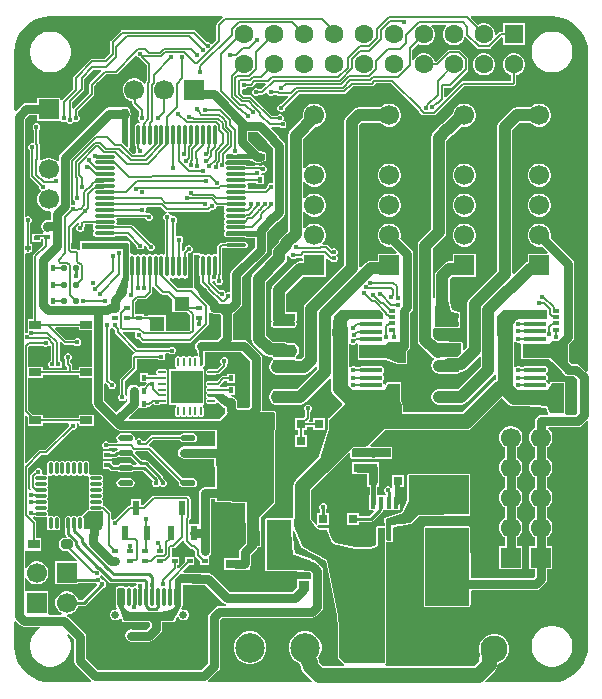
<source format=gtl>
G04*
G04 #@! TF.GenerationSoftware,Altium Limited,Altium Designer,21.5.1 (32)*
G04*
G04 Layer_Physical_Order=1*
G04 Layer_Color=7334*
%FSLAX25Y25*%
%MOIN*%
G70*
G04*
G04 #@! TF.SameCoordinates,8B6BA037-C385-438B-B8BE-B681DC7B7FEC*
G04*
G04*
G04 #@! TF.FilePolarity,Positive*
G04*
G01*
G75*
%ADD12C,0.01500*%
%ADD14C,0.01000*%
%ADD17C,0.00700*%
%ADD20R,0.01968X0.01575*%
%ADD21O,0.05118X0.01968*%
%ADD22R,0.01575X0.01968*%
%ADD23R,0.03937X0.03150*%
G04:AMPARAMS|DCode=24|XSize=39.37mil|YSize=31.5mil|CornerRadius=0mil|HoleSize=0mil|Usage=FLASHONLY|Rotation=0.000|XOffset=0mil|YOffset=0mil|HoleType=Round|Shape=Octagon|*
%AMOCTAGOND24*
4,1,8,0.01968,-0.00787,0.01968,0.00787,0.01181,0.01575,-0.01181,0.01575,-0.01968,0.00787,-0.01968,-0.00787,-0.01181,-0.01575,0.01181,-0.01575,0.01968,-0.00787,0.0*
%
%ADD24OCTAGOND24*%

%ADD25O,0.07087X0.01181*%
%ADD26O,0.01181X0.07087*%
%ADD27O,0.07480X0.01575*%
%ADD28R,0.07480X0.01575*%
%ADD29R,0.03937X0.02756*%
%ADD30R,0.11024X0.10630*%
G04:AMPARAMS|DCode=31|XSize=12mil|YSize=38mil|CornerRadius=3mil|HoleSize=0mil|Usage=FLASHONLY|Rotation=270.000|XOffset=0mil|YOffset=0mil|HoleType=Round|Shape=RoundedRectangle|*
%AMROUNDEDRECTD31*
21,1,0.01200,0.03200,0,0,270.0*
21,1,0.00600,0.03800,0,0,270.0*
1,1,0.00600,-0.01600,-0.00300*
1,1,0.00600,-0.01600,0.00300*
1,1,0.00600,0.01600,0.00300*
1,1,0.00600,0.01600,-0.00300*
%
%ADD31ROUNDEDRECTD31*%
G04:AMPARAMS|DCode=32|XSize=12mil|YSize=38mil|CornerRadius=3mil|HoleSize=0mil|Usage=FLASHONLY|Rotation=0.000|XOffset=0mil|YOffset=0mil|HoleType=Round|Shape=RoundedRectangle|*
%AMROUNDEDRECTD32*
21,1,0.01200,0.03200,0,0,0.0*
21,1,0.00600,0.03800,0,0,0.0*
1,1,0.00600,0.00300,-0.01600*
1,1,0.00600,-0.00300,-0.01600*
1,1,0.00600,-0.00300,0.01600*
1,1,0.00600,0.00300,0.01600*
%
%ADD32ROUNDEDRECTD32*%
G04:AMPARAMS|DCode=33|XSize=59.06mil|YSize=11.81mil|CornerRadius=2.95mil|HoleSize=0mil|Usage=FLASHONLY|Rotation=90.000|XOffset=0mil|YOffset=0mil|HoleType=Round|Shape=RoundedRectangle|*
%AMROUNDEDRECTD33*
21,1,0.05906,0.00591,0,0,90.0*
21,1,0.05315,0.01181,0,0,90.0*
1,1,0.00591,0.00295,0.02657*
1,1,0.00591,0.00295,-0.02657*
1,1,0.00591,-0.00295,-0.02657*
1,1,0.00591,-0.00295,0.02657*
%
%ADD33ROUNDEDRECTD33*%
%ADD34R,0.03000X0.03000*%
%ADD35R,0.03000X0.03000*%
%ADD36R,0.03500X0.05000*%
%ADD37R,0.01700X0.03850*%
%ADD38R,0.03543X0.08268*%
%ADD39R,0.12598X0.08268*%
%ADD40R,0.02362X0.05118*%
%ADD41R,0.03500X0.03500*%
%ADD42R,0.09843X0.05906*%
G04:AMPARAMS|DCode=43|XSize=20mil|YSize=20mil|CornerRadius=5mil|HoleSize=0mil|Usage=FLASHONLY|Rotation=90.000|XOffset=0mil|YOffset=0mil|HoleType=Round|Shape=RoundedRectangle|*
%AMROUNDEDRECTD43*
21,1,0.02000,0.01000,0,0,90.0*
21,1,0.01000,0.02000,0,0,90.0*
1,1,0.01000,0.00500,0.00500*
1,1,0.01000,0.00500,-0.00500*
1,1,0.01000,-0.00500,-0.00500*
1,1,0.01000,-0.00500,0.00500*
%
%ADD43ROUNDEDRECTD43*%
%ADD44O,0.00984X0.02756*%
%ADD45O,0.02756X0.00984*%
%ADD46R,0.10630X0.11024*%
%ADD47R,0.02362X0.01181*%
%ADD48R,0.02362X0.01575*%
%ADD49R,0.05118X0.04724*%
%ADD92C,0.03000*%
%ADD93C,0.00900*%
%ADD94C,0.04000*%
%ADD95C,0.05000*%
%ADD96C,0.06693*%
%ADD97R,0.06693X0.06693*%
%ADD98R,0.06693X0.06693*%
%ADD99C,0.09843*%
%ADD100C,0.02559*%
%ADD101O,0.03937X0.06299*%
%ADD102O,0.03937X0.08268*%
%ADD103C,0.06299*%
%ADD104R,0.06299X0.06299*%
%ADD105C,0.09055*%
%ADD106R,0.09055X0.09055*%
%ADD107C,0.01600*%
%ADD108C,0.02100*%
%ADD109C,0.02400*%
G36*
X57475Y209565D02*
X55613Y207703D01*
X55425Y207422D01*
X55359Y207090D01*
Y202018D01*
X54101Y200760D01*
X53511Y200877D01*
X53501Y200902D01*
X53135Y201268D01*
X52657Y201466D01*
X52140D01*
X52104Y201450D01*
X48441Y205113D01*
X48160Y205301D01*
X47828Y205367D01*
X24000D01*
X23668Y205301D01*
X23387Y205113D01*
X20187Y201913D01*
X19999Y201632D01*
X19933Y201300D01*
Y197659D01*
X18141Y195867D01*
X14000D01*
X13668Y195801D01*
X13387Y195613D01*
X7887Y190113D01*
X7699Y189832D01*
X7633Y189500D01*
Y185859D01*
X3887Y182113D01*
X3847Y182052D01*
X3347Y182203D01*
Y182846D01*
X-4346D01*
Y181130D01*
X-8000D01*
X-8780Y180975D01*
X-9442Y180533D01*
X-11474Y178500D01*
X-11974Y178707D01*
Y198091D01*
X-11982Y198152D01*
X-11839Y199966D01*
X-11400Y201795D01*
X-10680Y203533D01*
X-9698Y205136D01*
X-8476Y206567D01*
X-7046Y207788D01*
X-5442Y208771D01*
X-3704Y209491D01*
X-1875Y209930D01*
X-489Y210039D01*
X0Y210065D01*
Y210065D01*
X0Y210065D01*
X57267D01*
X57475Y209565D01*
D02*
G37*
G36*
X167220Y210065D02*
Y210065D01*
X167710Y210039D01*
X169096Y209930D01*
X170925Y209491D01*
X172662Y208771D01*
X174266Y207788D01*
X175697Y206567D01*
X176918Y205136D01*
X177901Y203533D01*
X178621Y201795D01*
X179060Y199966D01*
X179203Y198152D01*
X179194Y198091D01*
Y91730D01*
X178694Y91523D01*
X176684Y93533D01*
X176023Y93975D01*
X175243Y94130D01*
X173845D01*
X173041Y94933D01*
Y100748D01*
X173942Y101649D01*
X174384Y102310D01*
X174539Y103091D01*
Y107756D01*
Y111890D01*
Y127591D01*
X174384Y128371D01*
X173942Y129033D01*
X166750Y136224D01*
X166847Y136584D01*
Y137597D01*
X166584Y138575D01*
X166078Y139452D01*
X165362Y140168D01*
X164485Y140675D01*
X163506Y140937D01*
X162494D01*
X161515Y140675D01*
X160638Y140168D01*
X159922Y139452D01*
X159416Y138575D01*
X159153Y137597D01*
Y136584D01*
X159416Y135606D01*
X159922Y134729D01*
X160638Y134013D01*
X161515Y133506D01*
X162494Y133244D01*
X163506D01*
X163866Y133341D01*
X165808Y131399D01*
X165617Y130937D01*
X159153D01*
Y128176D01*
X158769Y128099D01*
X157942Y127547D01*
X154549Y124154D01*
X154049Y124361D01*
Y172035D01*
X156556Y174542D01*
X160109D01*
X160638Y174013D01*
X161515Y173506D01*
X162494Y173244D01*
X163506D01*
X164485Y173506D01*
X165362Y174013D01*
X166078Y174729D01*
X166584Y175606D01*
X166847Y176584D01*
Y177597D01*
X166584Y178575D01*
X166078Y179452D01*
X165362Y180168D01*
X164485Y180675D01*
X163506Y180937D01*
X162494D01*
X161515Y180675D01*
X160638Y180168D01*
X160109Y179640D01*
X155500D01*
X154525Y179446D01*
X153698Y178893D01*
X149698Y174893D01*
X149145Y174066D01*
X148951Y173091D01*
Y125056D01*
X139698Y115802D01*
X139145Y114976D01*
X138951Y114000D01*
Y99801D01*
X138005Y98854D01*
X137540Y99040D01*
X137491Y101059D01*
X137410Y101242D01*
X137334Y101427D01*
X137326Y101430D01*
X137323Y101438D01*
X137136Y101510D01*
X136952Y101587D01*
X129286Y101624D01*
X129279Y101635D01*
X129038Y101796D01*
X128878Y101955D01*
X128768Y102121D01*
X128709Y102160D01*
X128679Y102224D01*
X128024Y102810D01*
X127549Y103285D01*
Y105700D01*
X128049Y106008D01*
X128168Y105959D01*
X136000D01*
X136383Y106117D01*
X136541Y106500D01*
Y106928D01*
X136599Y107013D01*
X136698Y107516D01*
X136599Y108018D01*
X136541Y108104D01*
Y108787D01*
X136673D01*
Y111362D01*
X136391D01*
X136383Y111383D01*
X136237Y111443D01*
X136106Y111531D01*
X133942Y111963D01*
X133242Y114764D01*
Y122345D01*
X134092Y123195D01*
X136654D01*
X136899Y123244D01*
X141847D01*
Y130937D01*
X134153D01*
Y128293D01*
X133036D01*
X132061Y128099D01*
X131234Y127547D01*
X128890Y125203D01*
X128338Y124376D01*
X128144Y123401D01*
Y116198D01*
X128049Y116115D01*
X127549Y116341D01*
Y132535D01*
X131302Y136288D01*
X131855Y137115D01*
X132049Y138091D01*
Y168488D01*
X133678Y170117D01*
X134356Y170570D01*
X137128Y173342D01*
X137494Y173244D01*
X138506D01*
X139485Y173506D01*
X140362Y174013D01*
X141078Y174729D01*
X141584Y175606D01*
X141847Y176584D01*
Y177597D01*
X141584Y178575D01*
X141078Y179452D01*
X140362Y180168D01*
X139485Y180675D01*
X138506Y180937D01*
X137494D01*
X136515Y180675D01*
X135638Y180168D01*
X134922Y179452D01*
X134416Y178575D01*
X134153Y177597D01*
Y177578D01*
X131204Y174628D01*
X130526Y174175D01*
X127698Y171347D01*
X127145Y170520D01*
X126951Y169544D01*
Y139146D01*
X123198Y135393D01*
X122645Y134566D01*
X122451Y133591D01*
Y102229D01*
X122645Y101253D01*
X123198Y100426D01*
X126316Y97308D01*
X126428Y97233D01*
X126513Y97130D01*
X127564Y96278D01*
X127947Y96077D01*
X127973Y95577D01*
X127698Y95393D01*
X127145Y94566D01*
X126951Y93591D01*
X127145Y92615D01*
X127698Y91788D01*
X128524Y91236D01*
X128559Y91229D01*
X128978Y90949D01*
X129480Y90849D01*
X135386D01*
X135888Y90949D01*
X136314Y91233D01*
X136454Y91443D01*
X136747D01*
X137723Y91637D01*
X138550Y92190D01*
X142951Y96591D01*
X143451Y96384D01*
Y93180D01*
X135958Y85687D01*
X135903D01*
X135888Y85697D01*
X135386Y85797D01*
X129480D01*
X128978Y85697D01*
X128635Y85467D01*
X128524Y85446D01*
X127698Y84893D01*
X127145Y84066D01*
X126951Y83091D01*
X127145Y82115D01*
X127698Y81288D01*
X128524Y80736D01*
X129500Y80542D01*
X132433D01*
X132670Y80589D01*
X137014D01*
X137990Y80783D01*
X138816Y81335D01*
X147802Y90321D01*
X147974Y90578D01*
X148474Y90427D01*
Y88842D01*
X147987Y88640D01*
X147360Y88159D01*
X137318Y78117D01*
X117467D01*
Y80000D01*
X117364Y80784D01*
X117062Y81513D01*
X117041Y81540D01*
Y87590D01*
X116883Y87973D01*
X116500Y88132D01*
X112500D01*
X112418Y88098D01*
X112329Y88104D01*
X112234Y88021D01*
X112117Y87973D01*
X112083Y87891D01*
X112016Y87833D01*
X111721Y87243D01*
X111197Y87314D01*
X111165Y87475D01*
X110881Y87901D01*
X110805Y87951D01*
Y88553D01*
X110881Y88603D01*
X111165Y89029D01*
X111265Y89531D01*
X111165Y90034D01*
X110881Y90460D01*
X110805Y90510D01*
Y91112D01*
X110881Y91162D01*
X111165Y91588D01*
X111265Y92091D01*
X111165Y92593D01*
X110881Y93019D01*
X110455Y93303D01*
X109953Y93403D01*
X104047D01*
X103545Y93303D01*
X103119Y93019D01*
X103078Y92957D01*
X101972D01*
X101736Y93193D01*
X101259Y93391D01*
X100741D01*
X100264Y93193D01*
X100026Y92955D01*
X99526Y93136D01*
Y100661D01*
X100026Y100868D01*
X100238Y100656D01*
X100716Y100458D01*
X101233D01*
X101711Y100656D01*
X102077Y101021D01*
X102083Y101035D01*
X102101Y101034D01*
X102459Y100591D01*
Y96091D01*
X102617Y95708D01*
X103000Y95549D01*
X111900D01*
X115719Y94085D01*
X115820Y94088D01*
X115912Y94049D01*
X118500D01*
X118883Y94208D01*
X119041Y94591D01*
Y98429D01*
X119379Y98767D01*
X119821Y99428D01*
X119976Y100209D01*
Y107756D01*
Y111045D01*
X120442Y111511D01*
X120884Y112172D01*
X121039Y112953D01*
Y130687D01*
X120884Y131467D01*
X120442Y132129D01*
X116665Y135906D01*
X116847Y136584D01*
Y137597D01*
X116584Y138575D01*
X116078Y139452D01*
X115362Y140168D01*
X114485Y140675D01*
X113506Y140937D01*
X112494D01*
X111515Y140675D01*
X110638Y140168D01*
X109922Y139452D01*
X109416Y138575D01*
X109153Y137597D01*
Y136584D01*
X109416Y135606D01*
X109922Y134729D01*
X110638Y134013D01*
X111515Y133506D01*
X112494Y133244D01*
X113506D01*
X113548Y133255D01*
X115404Y131399D01*
X115213Y130937D01*
X109153D01*
Y128540D01*
X106855D01*
X105879Y128346D01*
X105052Y127793D01*
X103549Y126290D01*
X103049Y126497D01*
Y173692D01*
X103899Y174542D01*
X110109D01*
X110638Y174013D01*
X111515Y173506D01*
X112494Y173244D01*
X113506D01*
X114485Y173506D01*
X115362Y174013D01*
X116078Y174729D01*
X116584Y175606D01*
X116847Y176584D01*
Y177597D01*
X116584Y178575D01*
X116078Y179452D01*
X115362Y180168D01*
X114485Y180675D01*
X113506Y180937D01*
X112494D01*
X111515Y180675D01*
X110638Y180168D01*
X110109Y179640D01*
X102843D01*
X101868Y179446D01*
X101041Y178893D01*
X98698Y176550D01*
X98145Y175723D01*
X97951Y174748D01*
Y127056D01*
X85198Y114302D01*
X84645Y113476D01*
X84451Y112500D01*
Y96490D01*
X83601Y95640D01*
X82146D01*
X81966Y95825D01*
X81747Y96280D01*
X82020Y96689D01*
X82169Y96788D01*
X82721Y97615D01*
X82915Y98591D01*
X82721Y99566D01*
X82169Y100393D01*
X81773Y100657D01*
X81747Y100696D01*
X81321Y100980D01*
X80819Y101080D01*
X80664D01*
X80366Y101140D01*
X78774D01*
X78393Y101394D01*
X77417Y101588D01*
X74107D01*
X72049Y103646D01*
Y121444D01*
X78180Y127575D01*
X78732Y128402D01*
X78926Y129377D01*
Y130123D01*
X79154Y130296D01*
X79539Y130161D01*
X79676Y130068D01*
X79851Y129643D01*
X80217Y129278D01*
X80695Y129080D01*
X81212D01*
X81690Y129278D01*
X81925Y129513D01*
X83394D01*
X83653Y129565D01*
X83859Y129481D01*
X84153Y129264D01*
Y128293D01*
X83244D01*
X82269Y128099D01*
X81442Y127547D01*
X74324Y120428D01*
X73771Y119602D01*
X73577Y118626D01*
Y111217D01*
X73626Y110970D01*
Y108717D01*
X73659D01*
X73675Y108700D01*
X73881Y108217D01*
X73701Y107947D01*
X73601Y107445D01*
X73701Y106943D01*
X73985Y106517D01*
X74411Y106232D01*
X74914Y106132D01*
X80819D01*
X81321Y106232D01*
X81747Y106517D01*
X82032Y106943D01*
X82132Y107445D01*
X82032Y107947D01*
X81852Y108217D01*
X82058Y108700D01*
X82073Y108717D01*
X82106D01*
Y111291D01*
X78675D01*
Y117570D01*
X84300Y123195D01*
X86654D01*
X86900Y123244D01*
X91847D01*
Y129260D01*
X92308Y129452D01*
X92873Y128887D01*
X93154Y128699D01*
X93362Y128658D01*
X93398Y128570D01*
X93764Y128204D01*
X94241Y128006D01*
X94759D01*
X95236Y128204D01*
X95602Y128570D01*
X95800Y129048D01*
Y129565D01*
X95602Y130043D01*
X95288Y130357D01*
X95602Y130670D01*
X95800Y131148D01*
Y131665D01*
X95602Y132143D01*
X95236Y132509D01*
X94759Y132706D01*
X94241D01*
X93764Y132509D01*
X93740Y132485D01*
X92613Y133613D01*
X92332Y133801D01*
X92000Y133867D01*
X90923D01*
X90716Y134367D01*
X91078Y134729D01*
X91584Y135606D01*
X91847Y136584D01*
Y137597D01*
X91584Y138575D01*
X91078Y139452D01*
X90362Y140168D01*
X89485Y140675D01*
X88506Y140937D01*
X87494D01*
X86515Y140675D01*
X85638Y140168D01*
X84922Y139452D01*
X84877Y139374D01*
X84377Y139508D01*
Y144673D01*
X84877Y144807D01*
X84922Y144729D01*
X85638Y144013D01*
X86515Y143506D01*
X87494Y143244D01*
X88506D01*
X89485Y143506D01*
X90362Y144013D01*
X91078Y144729D01*
X91584Y145606D01*
X91847Y146584D01*
Y147597D01*
X91584Y148575D01*
X91078Y149452D01*
X90362Y150169D01*
X89485Y150675D01*
X88506Y150937D01*
X87494D01*
X86515Y150675D01*
X85638Y150169D01*
X84922Y149452D01*
X84877Y149374D01*
X84377Y149508D01*
Y154673D01*
X84877Y154807D01*
X84922Y154729D01*
X85638Y154013D01*
X86515Y153506D01*
X87494Y153244D01*
X88506D01*
X89485Y153506D01*
X90362Y154013D01*
X91078Y154729D01*
X91584Y155606D01*
X91847Y156584D01*
Y157597D01*
X91584Y158575D01*
X91078Y159452D01*
X90362Y160169D01*
X89485Y160675D01*
X88506Y160937D01*
X87494D01*
X86515Y160675D01*
X85638Y160169D01*
X84922Y159452D01*
X84877Y159374D01*
X84377Y159508D01*
Y169134D01*
X88487Y173244D01*
X88506D01*
X89485Y173506D01*
X90362Y174013D01*
X91078Y174729D01*
X91584Y175606D01*
X91847Y176584D01*
Y177597D01*
X91584Y178575D01*
X91078Y179452D01*
X90362Y180168D01*
X89485Y180675D01*
X88506Y180937D01*
X87494D01*
X86515Y180675D01*
X85638Y180168D01*
X84922Y179452D01*
X84416Y178575D01*
X84153Y177597D01*
Y176584D01*
X84252Y176218D01*
X80026Y171992D01*
X79473Y171165D01*
X79279Y170190D01*
Y138567D01*
X76867Y136155D01*
X76315Y135328D01*
X76213Y134818D01*
X74575Y133179D01*
X74022Y132353D01*
X73828Y131377D01*
Y130433D01*
X67698Y124302D01*
X67145Y123476D01*
X66951Y122500D01*
Y102591D01*
X67145Y101615D01*
X67698Y100788D01*
X71249Y97237D01*
X72076Y96684D01*
X73051Y96490D01*
X73845D01*
X73985Y96280D01*
X74061Y96230D01*
Y95628D01*
X73985Y95578D01*
X73701Y95152D01*
X73629Y94790D01*
X73145Y94066D01*
X72951Y93091D01*
X73145Y92115D01*
X73698Y91288D01*
X74524Y90736D01*
X75500Y90542D01*
X84657D01*
X85632Y90736D01*
X86459Y91288D01*
X88451Y93280D01*
X88951Y93073D01*
Y92389D01*
X82202Y85640D01*
X81253D01*
X80819Y85726D01*
X74914D01*
X74411Y85626D01*
X73985Y85342D01*
X73701Y84916D01*
X73696Y84890D01*
X73145Y84066D01*
X72951Y83091D01*
X73145Y82115D01*
X73698Y81288D01*
X73780Y81233D01*
X73985Y80926D01*
X74411Y80642D01*
X74914Y80542D01*
X75499D01*
X75500Y80542D01*
X83258D01*
X84233Y80736D01*
X85060Y81288D01*
X92974Y89202D01*
X93474Y88995D01*
Y86098D01*
X93577Y85315D01*
X93879Y84585D01*
X94360Y83959D01*
X97281Y81038D01*
X97379Y80932D01*
X97405Y80464D01*
X92760Y76000D01*
X92559D01*
Y75669D01*
X92496Y75526D01*
X92498Y75521D01*
X92496Y75515D01*
Y72579D01*
X89713Y63294D01*
X81860Y55441D01*
X81379Y54814D01*
X81077Y54084D01*
X80974Y53301D01*
Y42922D01*
X80972Y42915D01*
X80961Y42910D01*
X80947Y42874D01*
X80509Y42651D01*
X80381Y42696D01*
X80323Y42717D01*
X80143Y42791D01*
X72250D01*
X71867Y42633D01*
X71709Y42250D01*
Y31750D01*
Y25500D01*
X71867Y25117D01*
X72250Y24959D01*
X82250D01*
Y24841D01*
X84553D01*
X84750Y24801D01*
X86398D01*
X86961Y24239D01*
Y22753D01*
X86750Y22341D01*
X82250D01*
Y20038D01*
X82211Y19841D01*
Y19602D01*
X80648Y18039D01*
X59845D01*
X53942Y23942D01*
X53280Y24384D01*
X52500Y24539D01*
X50063D01*
X50058Y24541D01*
X44397D01*
X44205Y25003D01*
X46242Y27039D01*
X47984D01*
Y29614D01*
X45016D01*
Y28265D01*
X42856Y26105D01*
X42681Y26137D01*
X42367Y26323D01*
Y27039D01*
X42984D01*
Y29614D01*
X40873D01*
X40826Y29648D01*
X40522Y30114D01*
X40533Y30169D01*
Y32633D01*
X40970D01*
X41302Y32699D01*
X41583Y32887D01*
X44062Y35366D01*
X44343Y35250D01*
X44527Y35124D01*
X44589Y34808D01*
X44777Y34527D01*
X46606Y32698D01*
X46888Y32510D01*
X47219Y32444D01*
X47478D01*
X48283Y31638D01*
Y30480D01*
X48349Y30148D01*
X48537Y29867D01*
X50016Y28389D01*
Y27039D01*
X52984D01*
Y29614D01*
X52918D01*
X52767Y30114D01*
X52942Y30231D01*
X53384Y30893D01*
X53539Y31673D01*
Y37732D01*
Y48961D01*
X54959D01*
Y48551D01*
X55035Y48366D01*
X55106Y48179D01*
X55114Y48176D01*
X55117Y48168D01*
X55302Y48092D01*
X55484Y48010D01*
X64891Y47737D01*
X65081Y34465D01*
X63477Y32860D01*
X63034Y32199D01*
X62879Y31418D01*
Y29460D01*
X61900D01*
X61703Y29421D01*
X57900D01*
Y25421D01*
X61703D01*
X61900Y25382D01*
X64600D01*
X64797Y25421D01*
X66600D01*
Y26656D01*
X66802Y26959D01*
X66958Y27739D01*
Y30574D01*
X68942Y32558D01*
X69256Y33029D01*
X69386D01*
X69387Y33029D01*
X69387Y33029D01*
X69577Y33108D01*
X69768Y33187D01*
X69769Y33188D01*
X69770Y33188D01*
X70122Y33543D01*
X70122Y33544D01*
X70123Y33544D01*
X70201Y33736D01*
X70279Y33926D01*
X70279Y33927D01*
X70279Y33928D01*
X70222Y42957D01*
X74883Y47617D01*
X74883Y47617D01*
X74883Y47617D01*
X74937Y47748D01*
X75041Y48000D01*
X75041Y48000D01*
Y66495D01*
X75264Y77632D01*
X75263Y77635D01*
X75265Y77637D01*
X75188Y77827D01*
X75114Y78018D01*
X75111Y78019D01*
X75110Y78022D01*
X74760Y78379D01*
X74757Y78380D01*
X74756Y78383D01*
X74567Y78461D01*
X74379Y78541D01*
X74376Y78540D01*
X74373Y78541D01*
X70791D01*
X70474Y78928D01*
X70539Y79257D01*
Y96090D01*
X70539Y96090D01*
X70436Y96609D01*
X70384Y96871D01*
X70384Y96871D01*
X70384Y96871D01*
X69942Y97532D01*
X65942Y101532D01*
X65942Y101532D01*
X65280Y101974D01*
X65280Y101974D01*
X64853Y102059D01*
X64500Y102130D01*
X61342D01*
X61024Y102516D01*
X61039Y102591D01*
X61039Y102591D01*
Y110868D01*
X61685Y111299D01*
X63442Y113056D01*
X63884Y113718D01*
X64039Y114498D01*
Y123155D01*
X71671Y130787D01*
X72113Y131448D01*
X72268Y132229D01*
Y137975D01*
X75699Y141406D01*
X75852Y141508D01*
X77742Y143398D01*
X78184Y144060D01*
X78339Y144840D01*
X78339Y144840D01*
Y166833D01*
X78339Y166833D01*
X78184Y167614D01*
X77742Y168275D01*
X76120Y169897D01*
X76091Y170042D01*
X75649Y170703D01*
X73681Y172671D01*
X73872Y173133D01*
X76428D01*
X76664Y172898D01*
X77141Y172700D01*
X77659D01*
X78136Y172898D01*
X78502Y173264D01*
X78700Y173741D01*
Y174259D01*
X78502Y174736D01*
X78136Y175102D01*
X78015Y175153D01*
X77666Y175331D01*
X77765Y175756D01*
X77800Y175841D01*
Y176359D01*
X77602Y176836D01*
X77236Y177202D01*
X76759Y177400D01*
X76241D01*
X75764Y177202D01*
X75428Y176867D01*
X73838D01*
X67242Y183463D01*
X66961Y183651D01*
X66629Y183717D01*
X64578D01*
X63767Y184529D01*
Y185527D01*
X64267Y185861D01*
X64291Y185850D01*
X64809D01*
X65286Y186048D01*
X65622Y186384D01*
X66801D01*
X67132Y186450D01*
X67414Y186638D01*
X68409Y187633D01*
X71621D01*
X71812Y187171D01*
X70258Y185617D01*
X69472D01*
X69243Y185845D01*
X68766Y186043D01*
X68248D01*
X67771Y185845D01*
X67405Y185480D01*
X67207Y185002D01*
Y184485D01*
X67405Y184007D01*
X67771Y183641D01*
X68248Y183443D01*
X68766D01*
X69243Y183641D01*
X69486Y183884D01*
X70617D01*
X70949Y183950D01*
X71230Y184138D01*
X71700Y184608D01*
X71956Y184548D01*
X72227Y184427D01*
X72398Y184014D01*
X72764Y183648D01*
X73241Y183450D01*
X73759D01*
X74236Y183648D01*
X74472Y183884D01*
X75508D01*
X75704Y183688D01*
X75985Y183500D01*
X76316Y183434D01*
X79055D01*
X79246Y182972D01*
X77074Y180800D01*
X76741D01*
X76264Y180602D01*
X75898Y180236D01*
X75700Y179759D01*
Y179241D01*
X75898Y178764D01*
X76264Y178398D01*
X76741Y178200D01*
X77259D01*
X77736Y178398D01*
X78102Y178764D01*
X78300Y179241D01*
Y179574D01*
X82859Y184133D01*
X97944D01*
X98276Y184199D01*
X98557Y184387D01*
X100904Y186734D01*
X107151D01*
X107482Y186800D01*
X107764Y186988D01*
X108409Y187633D01*
X113632D01*
X122719Y178546D01*
X122729Y178498D01*
X122916Y178216D01*
X123883Y177250D01*
X124164Y177062D01*
X124496Y176996D01*
X124577D01*
X124641Y176983D01*
X127850D01*
X128182Y177049D01*
X128463Y177237D01*
X137859Y186633D01*
X154090D01*
X154422Y186699D01*
X154703Y186887D01*
X155113Y187297D01*
X155301Y187578D01*
X155367Y187910D01*
Y190454D01*
X155909Y190599D01*
X156741Y191080D01*
X157420Y191759D01*
X157901Y192591D01*
X158150Y193519D01*
Y194481D01*
X157901Y195409D01*
X157420Y196241D01*
X156741Y196920D01*
X155909Y197401D01*
X154981Y197650D01*
X154019D01*
X153091Y197401D01*
X152259Y196920D01*
X151580Y196241D01*
X151099Y195409D01*
X150850Y194481D01*
Y193519D01*
X151099Y192591D01*
X151580Y191759D01*
X152259Y191080D01*
X153091Y190599D01*
X153633Y190454D01*
Y188367D01*
X137500D01*
X137168Y188301D01*
X136887Y188113D01*
X131829Y183054D01*
X131367Y183246D01*
Y186133D01*
X133156D01*
X133488Y186199D01*
X133769Y186387D01*
X139112Y191730D01*
X139300Y192012D01*
X139366Y192343D01*
Y195657D01*
X139300Y195988D01*
X139112Y196270D01*
X136769Y198612D01*
X136488Y198800D01*
X136157Y198866D01*
X132843D01*
X132512Y198800D01*
X132230Y198612D01*
X128516Y194898D01*
X128022Y194957D01*
X127901Y195409D01*
X127420Y196241D01*
X126741Y196920D01*
X125909Y197401D01*
X124980Y197650D01*
X124020D01*
X123091Y197401D01*
X122259Y196920D01*
X121580Y196241D01*
X121159Y195513D01*
X120659Y195607D01*
Y198934D01*
X122605Y200880D01*
X123091Y200599D01*
X124020Y200350D01*
X124980D01*
X125909Y200599D01*
X126741Y201080D01*
X127420Y201759D01*
X127901Y202591D01*
X128150Y203520D01*
Y204481D01*
X127901Y205409D01*
X127420Y206241D01*
X127028Y206633D01*
X127235Y207133D01*
X131764D01*
X131972Y206633D01*
X131580Y206241D01*
X131099Y205409D01*
X130850Y204481D01*
Y203520D01*
X131099Y202591D01*
X131580Y201759D01*
X132259Y201080D01*
X133091Y200599D01*
X134019Y200350D01*
X134980D01*
X135909Y200599D01*
X136741Y201080D01*
X137420Y201759D01*
X137901Y202591D01*
X137994Y202938D01*
X138031Y202966D01*
X138547Y203071D01*
X142230Y199388D01*
X142512Y199200D01*
X142843Y199134D01*
X146157D01*
X146488Y199200D01*
X146769Y199388D01*
X150350Y202969D01*
X150850Y202761D01*
Y200350D01*
X158150D01*
Y207650D01*
X150850D01*
Y204867D01*
X150156D01*
X149825Y204801D01*
X149543Y204613D01*
X148650Y203719D01*
X148150Y203926D01*
Y204481D01*
X147901Y205409D01*
X147420Y206241D01*
X146741Y206920D01*
X145909Y207401D01*
X144981Y207650D01*
X144019D01*
X143091Y207401D01*
X142605Y207120D01*
X140123Y209603D01*
X140314Y210065D01*
X166721D01*
X167220Y210065D01*
D02*
G37*
G36*
X28884Y196847D02*
X28898Y196814D01*
X29264Y196448D01*
X29378Y196400D01*
X29387Y196387D01*
X29668Y196199D01*
X29713Y196191D01*
X29722Y196146D01*
X29909Y195865D01*
X32086Y193688D01*
Y188444D01*
X31991Y188348D01*
X31803Y188067D01*
X31737Y187735D01*
Y187720D01*
X31237Y187586D01*
X31078Y187862D01*
X30362Y188578D01*
X29485Y189084D01*
X28506Y189347D01*
X27494D01*
X26515Y189084D01*
X25638Y188578D01*
X24922Y187862D01*
X24416Y186985D01*
X24154Y186006D01*
Y184994D01*
X24416Y184015D01*
X24922Y183138D01*
X25638Y182422D01*
X26515Y181916D01*
X27341Y181694D01*
Y181104D01*
X27407Y180772D01*
X27595Y180491D01*
X29633Y178452D01*
Y176972D01*
X29398Y176736D01*
X29200Y176259D01*
Y175741D01*
X29398Y175264D01*
X29764Y174898D01*
X29921Y174833D01*
X29973Y174801D01*
X29965Y174687D01*
X29867Y174592D01*
X29442Y174362D01*
X29173Y174415D01*
X28748Y174330D01*
X28387Y174089D01*
X28146Y173729D01*
X28061Y173303D01*
Y167398D01*
X28146Y166972D01*
X28387Y166611D01*
X28399Y166604D01*
Y165978D01*
X28399Y165978D01*
X28399Y165978D01*
X28420Y165868D01*
X28464Y165647D01*
X28465Y165647D01*
X28465Y165646D01*
X28566Y165494D01*
X28652Y165365D01*
X28652Y165365D01*
X28653Y165365D01*
X28717Y165301D01*
X28700Y165259D01*
Y164741D01*
X28710Y164717D01*
X28376Y164217D01*
X27606D01*
X26222Y165600D01*
X26339Y166190D01*
X26383Y166208D01*
X26541Y166591D01*
Y176704D01*
X26613Y176810D01*
X26768Y177591D01*
X26613Y178371D01*
X26541Y178478D01*
Y179091D01*
X26383Y179473D01*
X26000Y179632D01*
X24000D01*
X23996Y179630D01*
X19591D01*
X19591Y179630D01*
X18810Y179475D01*
X18149Y179033D01*
X18149Y179033D01*
X3404Y164288D01*
X2963Y163627D01*
X2807Y162847D01*
Y161839D01*
X2307Y161632D01*
X1862Y162078D01*
X985Y162584D01*
X6Y162847D01*
X-1006D01*
X-1985Y162584D01*
X-2862Y162078D01*
X-2978Y161961D01*
X-3519Y162077D01*
X-3541Y162106D01*
X-3483Y162396D01*
Y167183D01*
X-3549Y167515D01*
X-3737Y167796D01*
X-3830Y167889D01*
Y172100D01*
X-3520Y172409D01*
X-3322Y172887D01*
Y173404D01*
X-3520Y173882D01*
X-3886Y174248D01*
X-4364Y174446D01*
X-4881D01*
X-5359Y174248D01*
X-5725Y173882D01*
X-5923Y173404D01*
Y172887D01*
X-5725Y172409D01*
X-5563Y172248D01*
Y167919D01*
X-5741Y167800D01*
X-6259D01*
X-6736Y167602D01*
X-7102Y167236D01*
X-7300Y166759D01*
Y166241D01*
X-7102Y165764D01*
X-6867Y165528D01*
Y156649D01*
X-6801Y156318D01*
X-6613Y156037D01*
X-3830Y153254D01*
Y152921D01*
X-3632Y152443D01*
X-3266Y152077D01*
X-3199Y151740D01*
X-3578Y151362D01*
X-4084Y150485D01*
X-4346Y149506D01*
Y148494D01*
X-4084Y147515D01*
X-3578Y146638D01*
X-2862Y145922D01*
X-1985Y145416D01*
X-1006Y145153D01*
X-145D01*
X-34Y145077D01*
X152Y144858D01*
X232Y144696D01*
X111Y144089D01*
Y142189D01*
X-1000D01*
X-1781Y142034D01*
X-2442Y141592D01*
X-2884Y140930D01*
X-3039Y140150D01*
Y139847D01*
X-2884Y139066D01*
X-2442Y138405D01*
X-2266Y138288D01*
X-2418Y137788D01*
X-2484D01*
Y137519D01*
X-5181D01*
X-5196Y137516D01*
X-5985D01*
Y136970D01*
X-6048Y136652D01*
X-5985Y136335D01*
Y134941D01*
X-3016D01*
Y135786D01*
X-2484D01*
Y135213D01*
X-2427D01*
Y133889D01*
X-5577Y130739D01*
X-5765Y130457D01*
X-5831Y130126D01*
Y109110D01*
X-7433D01*
Y105354D01*
X-7433Y105354D01*
X-7433D01*
X-7558Y104887D01*
X-7588Y104813D01*
Y104573D01*
X-8060Y104395D01*
X-8461Y104668D01*
Y130911D01*
X-8436Y130933D01*
X-7961Y131132D01*
X-7831Y131046D01*
X-7500Y130980D01*
X-7168Y131046D01*
X-6887Y131234D01*
X-6785Y131386D01*
X-6016D01*
Y133961D01*
X-6633D01*
Y141028D01*
X-6398Y141264D01*
X-6200Y141741D01*
Y142259D01*
X-6398Y142736D01*
X-6764Y143102D01*
X-7241Y143300D01*
X-7759D01*
X-7961Y143216D01*
X-8461Y143531D01*
Y175746D01*
X-7155Y177051D01*
X-4346D01*
Y175154D01*
X3346D01*
X3737Y174904D01*
X4215Y174706D01*
X4732D01*
X4912Y174781D01*
X5413Y174778D01*
X5779Y174413D01*
X6256Y174215D01*
X6774D01*
X7251Y174413D01*
X7617Y174778D01*
X8213Y174912D01*
X8241Y174900D01*
X8759D01*
X9236Y175098D01*
X9602Y175464D01*
X9800Y175941D01*
Y176459D01*
X9602Y176936D01*
X9367Y177172D01*
Y178308D01*
X14416Y183357D01*
X14604Y183638D01*
X14670Y183970D01*
Y186879D01*
X18424Y190633D01*
X21724D01*
X22055Y190699D01*
X22336Y190887D01*
X28394Y196944D01*
X28884Y196847D01*
D02*
G37*
G36*
X16973Y191633D02*
X13191Y187851D01*
X13003Y187570D01*
X12937Y187238D01*
Y184329D01*
X7887Y179279D01*
X7881Y179271D01*
X7382Y179423D01*
Y181306D01*
X11113Y185037D01*
X11301Y185318D01*
X11367Y185650D01*
Y189141D01*
X14359Y192133D01*
X16766D01*
X16973Y191633D01*
D02*
G37*
G36*
X26000Y166591D02*
X25232D01*
X24105Y167717D01*
X24000Y167787D01*
Y179091D01*
X26000D01*
Y166591D01*
D02*
G37*
G36*
X71500Y162545D02*
X71136Y162202D01*
X66000Y162500D01*
X63816Y162407D01*
X58898D01*
X58886Y162405D01*
X58500Y162722D01*
Y163897D01*
X58784Y164181D01*
X60712D01*
X60841Y164052D01*
X61319Y163854D01*
X61836D01*
X62314Y164052D01*
X62443Y164181D01*
X71500D01*
Y162545D01*
D02*
G37*
G36*
X72294Y168290D02*
X72323Y168146D01*
X72765Y167484D01*
X74261Y165989D01*
Y154833D01*
X73761Y154499D01*
X73759Y154500D01*
X73241D01*
X72764Y154302D01*
X72398Y153936D01*
X72200Y153459D01*
Y153126D01*
X71417Y152343D01*
X65984D01*
X65728Y152843D01*
X65830Y152996D01*
X65915Y153421D01*
X65830Y153847D01*
X65712Y154023D01*
X65948Y154523D01*
X68539D01*
Y154016D01*
X71114D01*
Y156984D01*
X70606D01*
X70289Y157459D01*
X70628Y157796D01*
X71145D01*
X71623Y157993D01*
X71988Y158359D01*
X72186Y158837D01*
Y159354D01*
X71988Y159832D01*
X71623Y160198D01*
X71145Y160396D01*
X70628D01*
X70150Y160198D01*
X70126Y160174D01*
X70081Y160182D01*
X70004Y160234D01*
X69673Y160300D01*
X68306D01*
X67974Y160234D01*
X67913Y160194D01*
X65469D01*
X65229Y160354D01*
X64803Y160439D01*
X58898D01*
X58786Y160417D01*
X58568Y160596D01*
X58370Y161074D01*
X58341Y161103D01*
X58365Y161607D01*
X58661Y161838D01*
X58824Y161897D01*
X58898Y161866D01*
X63816D01*
X63827Y161871D01*
X63839Y161866D01*
X65996Y161958D01*
X67230Y161887D01*
X67377Y161740D01*
X68038Y161297D01*
X68819Y161142D01*
X69729D01*
X70509Y161297D01*
X71058Y161665D01*
X71105Y161662D01*
X71113Y161665D01*
X71121Y161661D01*
X71307Y161732D01*
X71496Y161798D01*
X71500Y161806D01*
X71508Y161809D01*
X71872Y162152D01*
X71875Y162159D01*
X71883Y162163D01*
X71959Y162347D01*
X72041Y162530D01*
X72038Y162538D01*
X72041Y162545D01*
Y164181D01*
X71883Y164564D01*
X71500Y164722D01*
X71022D01*
X70509Y165065D01*
X69729Y165221D01*
X69663D01*
X66039Y168845D01*
Y171461D01*
X69124D01*
X72294Y168290D01*
D02*
G37*
G36*
X55627Y146649D02*
X57752D01*
X57988Y146149D01*
X57870Y145973D01*
X57786Y145547D01*
X57870Y145122D01*
X58017Y144903D01*
X58077Y144563D01*
X58017Y144223D01*
X57870Y144004D01*
X57786Y143579D01*
X57870Y143153D01*
X58111Y142793D01*
Y142396D01*
X57870Y142036D01*
X57786Y141610D01*
X57870Y141185D01*
X58017Y140966D01*
X58077Y140626D01*
X58017Y140286D01*
X57870Y140067D01*
X57786Y139642D01*
X57870Y139216D01*
X58111Y138856D01*
X58151Y138519D01*
X58102Y138466D01*
X58086Y138421D01*
X57870Y138099D01*
X57786Y137673D01*
X57870Y137248D01*
X57968Y137101D01*
X57961Y137079D01*
X58047Y136918D01*
X58117Y136749D01*
X58143Y136738D01*
X58157Y136713D01*
X58543Y136396D01*
X58570Y136388D01*
X58586Y136364D01*
X58765Y136329D01*
X58780Y136325D01*
X58898Y136275D01*
X64750D01*
X65017Y136222D01*
X65140Y136141D01*
X65295Y136110D01*
X65440Y136049D01*
X68189D01*
Y133073D01*
X60558Y125442D01*
X60116Y124780D01*
X59961Y124000D01*
Y118337D01*
X59461Y118003D01*
X59459Y118003D01*
X58941D01*
X58548Y117841D01*
X58372Y118267D01*
X58006Y118632D01*
X57528Y118830D01*
X57011D01*
X56576Y118650D01*
X53903Y121323D01*
X54186Y121747D01*
X54297Y121701D01*
X54814D01*
X54865Y121496D01*
Y121393D01*
X55063Y120915D01*
X55429Y120549D01*
X55907Y120352D01*
X56424D01*
X56902Y120549D01*
X57267Y120915D01*
X57465Y121393D01*
Y121910D01*
X57267Y122388D01*
X57118Y122537D01*
Y123358D01*
X57301Y123630D01*
X57367Y123962D01*
Y132732D01*
X57505Y132870D01*
X58232D01*
X58472Y132709D01*
X58898Y132624D01*
X64803D01*
X65229Y132709D01*
X65589Y132950D01*
X65830Y133311D01*
X65915Y133736D01*
X65830Y134162D01*
X65589Y134522D01*
X65229Y134764D01*
X64803Y134848D01*
X58898D01*
X58472Y134764D01*
X58232Y134603D01*
X57146D01*
X56814Y134537D01*
X56533Y134349D01*
X55887Y133703D01*
X55699Y133422D01*
X55633Y133091D01*
Y130934D01*
X55247Y130669D01*
X55133Y130641D01*
X54764Y130714D01*
X54338Y130630D01*
X54119Y130483D01*
X53780Y130423D01*
X53439Y130483D01*
X53221Y130630D01*
X52795Y130714D01*
X52370Y130630D01*
X52151Y130483D01*
X51811Y130423D01*
X51471Y130483D01*
X51252Y130630D01*
X50827Y130714D01*
X50401Y130630D01*
X50157Y130619D01*
X49804Y130973D01*
X49804Y130973D01*
X49804Y130973D01*
X49614Y131052D01*
X49422Y131132D01*
X49421Y131132D01*
X49421Y131132D01*
X48000D01*
X47617Y130973D01*
X47459Y130591D01*
Y129611D01*
X47462Y129605D01*
X47460Y129602D01*
Y123697D01*
X47462Y123695D01*
X47459Y123688D01*
Y119924D01*
X47528Y119756D01*
X47564Y119637D01*
X47455Y119487D01*
X47187Y119288D01*
X47168Y119301D01*
X46836Y119367D01*
X42534D01*
X39826Y122075D01*
X39894Y122644D01*
X40210Y122839D01*
X40340Y122816D01*
X40559Y122670D01*
X40984Y122585D01*
X41410Y122670D01*
X41629Y122816D01*
X41969Y122876D01*
X42308Y122816D01*
X42527Y122670D01*
X42953Y122585D01*
X43378Y122670D01*
X43597Y122816D01*
X43937Y122876D01*
X44277Y122816D01*
X44496Y122670D01*
X44921Y122585D01*
X45347Y122670D01*
X45707Y122911D01*
X45948Y123271D01*
X46033Y123697D01*
Y129602D01*
X45948Y130028D01*
X45788Y130268D01*
Y130884D01*
X46013Y131110D01*
X46384D01*
X46862Y131307D01*
X47227Y131673D01*
X47425Y132151D01*
Y132668D01*
X47227Y133146D01*
X46862Y133512D01*
X46384Y133710D01*
X45867D01*
X45389Y133512D01*
X45023Y133146D01*
X44825Y132668D01*
Y132373D01*
X44343Y131890D01*
X44196Y131905D01*
X43843Y132059D01*
Y134595D01*
X44102Y134854D01*
X44300Y135332D01*
Y135849D01*
X44102Y136327D01*
X43736Y136693D01*
X43259Y136891D01*
X42741D01*
X42351Y136729D01*
X42028Y136861D01*
X41851Y136987D01*
Y141103D01*
X42102Y141354D01*
X42300Y141832D01*
Y142349D01*
X42102Y142827D01*
X41736Y143193D01*
X41259Y143391D01*
X40741D01*
X40159Y143690D01*
X40102Y143827D01*
X39736Y144193D01*
X39259Y144391D01*
X39299Y144874D01*
X52688D01*
X52688Y144874D01*
X53019Y144940D01*
X53019Y144940D01*
X53019Y144940D01*
X53217Y145072D01*
X53300Y145128D01*
X53300Y145128D01*
X53300Y145128D01*
X53699Y145527D01*
X53741Y145510D01*
X54259D01*
X54736Y145707D01*
X55102Y146073D01*
X55300Y146551D01*
X55460Y146682D01*
X55627Y146649D01*
D02*
G37*
G36*
X38194Y145128D02*
X38475Y144940D01*
X38736Y144888D01*
X38741Y144391D01*
X38264Y144193D01*
X37898Y143827D01*
X37700Y143349D01*
Y142832D01*
X37898Y142354D01*
X38149Y142103D01*
Y130748D01*
X37649Y130512D01*
X37473Y130630D01*
X37047Y130714D01*
X36622Y130630D01*
X36403Y130483D01*
X36063Y130423D01*
X35723Y130483D01*
X35504Y130630D01*
X35079Y130714D01*
X34653Y130630D01*
X34434Y130483D01*
X34095Y130423D01*
X33755Y130483D01*
X33536Y130630D01*
X33110Y130714D01*
X32685Y130630D01*
X32466Y130483D01*
X32126Y130423D01*
X31786Y130483D01*
X31567Y130630D01*
X31142Y130714D01*
X30716Y130630D01*
X30497Y130483D01*
X30158Y130423D01*
X29818Y130483D01*
X29599Y130630D01*
X29173Y130714D01*
X28748Y130630D01*
X28529Y130483D01*
X28189Y130423D01*
X27849Y130483D01*
X27630Y130630D01*
X27205Y130714D01*
X27194Y130712D01*
X26695Y131123D01*
X26699Y134236D01*
X26699Y134236D01*
X26699Y134236D01*
X26618Y134431D01*
X26541Y134619D01*
X26540Y134619D01*
X26540Y134619D01*
X26522Y134638D01*
X26383Y134973D01*
X26000Y135132D01*
X25804D01*
X25804Y135132D01*
X25804Y135132D01*
X10500D01*
X10362Y135074D01*
X9984D01*
Y134651D01*
X9959Y134591D01*
Y132591D01*
X9984Y132530D01*
Y132365D01*
X9549Y132015D01*
X9479Y132028D01*
X9198Y132215D01*
X8866Y132281D01*
X7119D01*
X6958Y132443D01*
Y134568D01*
X6963Y134573D01*
X7151Y134854D01*
X7217Y135186D01*
Y139491D01*
X9217Y141491D01*
X9678Y141245D01*
X9652Y141115D01*
Y140763D01*
X9264Y140602D01*
X8898Y140236D01*
X8700Y139759D01*
Y139241D01*
X8898Y138764D01*
X9264Y138398D01*
X9741Y138200D01*
X10259D01*
X10736Y138398D01*
X11102Y138764D01*
X11300Y139241D01*
Y139759D01*
X11263Y139847D01*
X11319Y139930D01*
X11385Y140262D01*
Y140744D01*
X14051D01*
X14287Y140244D01*
X14170Y140067D01*
X14085Y139642D01*
X14170Y139216D01*
X14411Y138856D01*
Y138459D01*
X14170Y138099D01*
X14085Y137673D01*
X14170Y137248D01*
X14411Y136887D01*
X14771Y136646D01*
X15197Y136561D01*
X21102D01*
X21528Y136646D01*
X21768Y136806D01*
X25558D01*
X28700Y133665D01*
Y133332D01*
X28898Y132854D01*
X29264Y132489D01*
X29741Y132291D01*
X30259D01*
X30736Y132489D01*
X31102Y132854D01*
X31300Y133332D01*
Y133358D01*
X31800Y133565D01*
X32200Y133165D01*
Y132832D01*
X32398Y132354D01*
X32764Y131989D01*
X33241Y131791D01*
X33759D01*
X34236Y131989D01*
X34602Y132354D01*
X34800Y132832D01*
Y133349D01*
X34602Y133827D01*
X34236Y134193D01*
X33759Y134391D01*
X33426D01*
X27562Y140255D01*
X27281Y140443D01*
X26949Y140508D01*
X22248D01*
X22012Y141008D01*
X22130Y141185D01*
X22214Y141610D01*
X22130Y142036D01*
X22012Y142212D01*
X22248Y142712D01*
X31600D01*
X31748Y142354D01*
X32114Y141989D01*
X32591Y141791D01*
X33109D01*
X33586Y141989D01*
X33952Y142354D01*
X34150Y142832D01*
Y143349D01*
X33952Y143827D01*
X33586Y144193D01*
X33109Y144391D01*
X32591D01*
X32494Y144350D01*
X32450Y144379D01*
X32118Y144446D01*
X31900D01*
X31776Y144616D01*
X31640Y144946D01*
X31800Y145332D01*
Y145849D01*
X31728Y146024D01*
X32058Y146524D01*
X36798D01*
X38194Y145128D01*
D02*
G37*
G36*
X71500Y136591D02*
X65440D01*
X65229Y136732D01*
X64803Y136817D01*
X58898D01*
X58886Y136814D01*
X58500Y137132D01*
Y138099D01*
X58898Y138530D01*
X64803D01*
X65108Y138591D01*
X71500D01*
Y136591D01*
D02*
G37*
G36*
X49775Y130237D02*
X49774Y129901D01*
X49715Y129602D01*
Y123697D01*
X49766Y123438D01*
X49766Y123228D01*
X49960Y122868D01*
Y121476D01*
X50026Y121145D01*
X50214Y120863D01*
X51670Y119408D01*
X51569Y118918D01*
X49500Y118091D01*
X48000Y119924D01*
Y123688D01*
X48002Y123697D01*
Y129602D01*
X48000Y129611D01*
Y130591D01*
X49421D01*
X49775Y130237D01*
D02*
G37*
G36*
X26000Y134395D02*
X26158Y134237D01*
X26152Y129900D01*
X26093Y129602D01*
Y123697D01*
X26144Y123439D01*
X26144Y123228D01*
X25500Y118091D01*
X22068Y117661D01*
X21795Y118081D01*
X23000Y120084D01*
X24378Y123091D01*
Y132591D01*
X10500D01*
Y134591D01*
X26000D01*
Y134395D01*
D02*
G37*
G36*
X78134Y111291D02*
X78292Y110909D01*
X78675Y110750D01*
X81565D01*
Y108918D01*
X81560Y108912D01*
X81354Y108429D01*
X81353Y108370D01*
X81321Y108322D01*
X81351Y108170D01*
X81350Y108014D01*
X81390Y107973D01*
X81402Y107916D01*
X81522Y107736D01*
X81580Y107445D01*
X81522Y107154D01*
X81357Y106907D01*
X81110Y106742D01*
X80766Y106674D01*
X74967D01*
X74622Y106742D01*
X74375Y106907D01*
X74211Y107154D01*
X74153Y107445D01*
X74211Y107736D01*
X74331Y107916D01*
X74342Y107973D01*
X74383Y108014D01*
X74381Y108170D01*
X74411Y108322D01*
X74379Y108370D01*
X74379Y108429D01*
X74173Y108912D01*
X74167Y108918D01*
Y110970D01*
X74146Y111021D01*
X74157Y111076D01*
X74118Y111270D01*
Y114293D01*
X74208Y115591D01*
X78134D01*
Y111291D01*
D02*
G37*
G36*
X133500Y111500D02*
X136000Y111000D01*
Y106500D01*
X128168D01*
Y111041D01*
X128193D01*
X128500Y115500D01*
X132500D01*
X133500Y111500D01*
D02*
G37*
G36*
X36887Y117478D02*
X37168Y117290D01*
X37500Y117224D01*
X39314D01*
X40709Y115830D01*
Y111331D01*
X45601D01*
X46633Y110299D01*
Y105468D01*
X46320Y105154D01*
X38559D01*
Y110362D01*
X33375D01*
X33291Y110379D01*
X33078D01*
X32995Y110362D01*
X32441D01*
Y110213D01*
X31118D01*
Y110634D01*
X28367D01*
Y114898D01*
X29214Y115745D01*
X31634D01*
X31966Y115811D01*
X32247Y115999D01*
X33723Y117475D01*
X33911Y117756D01*
X33977Y118088D01*
Y119731D01*
X34430Y119887D01*
X34477Y119888D01*
X36887Y117478D01*
D02*
G37*
G36*
X111000Y110947D02*
Y109091D01*
X99500D01*
X99000Y108590D01*
Y103591D01*
X94049D01*
Y104218D01*
X94500Y110000D01*
X94645Y110176D01*
X96559Y112091D01*
X109856Y112091D01*
X111000Y110947D01*
D02*
G37*
G36*
X165500Y109035D02*
X156035D01*
X155816Y108816D01*
X155741D01*
X155264Y108618D01*
X154898Y108252D01*
X154700Y107774D01*
Y107700D01*
X153965Y106965D01*
Y103535D01*
X149000D01*
X149000Y110000D01*
X151035Y112035D01*
X165500D01*
Y109035D01*
D02*
G37*
G36*
X53720Y110978D02*
X54500Y110823D01*
X55584D01*
X56193Y110701D01*
X56519D01*
X56961Y110260D01*
Y103435D01*
X55655Y102130D01*
X50181D01*
X49401Y101974D01*
X48739Y101532D01*
X48297Y100871D01*
X48142Y100090D01*
X48297Y99310D01*
X48739Y98649D01*
X49001Y98474D01*
X49100Y97045D01*
X48985Y96925D01*
X48623Y96704D01*
X48362Y96756D01*
X47975Y96679D01*
X47647Y96459D01*
X47109D01*
X46781Y96679D01*
X46394Y96756D01*
X46007Y96679D01*
X45678Y96459D01*
X45140D01*
X44812Y96679D01*
X44425Y96756D01*
X44038Y96679D01*
X43710Y96459D01*
X43172D01*
X42844Y96679D01*
X42457Y96756D01*
X42070Y96679D01*
X41741Y96459D01*
X41522Y96131D01*
X41445Y95744D01*
Y93972D01*
X41522Y93585D01*
X41741Y93257D01*
X41973Y93102D01*
X41891Y92606D01*
X41890Y92602D01*
X39594D01*
Y80579D01*
X41890D01*
X41893Y80572D01*
X41973Y80079D01*
X41741Y79924D01*
X41522Y79596D01*
X41445Y79209D01*
Y77437D01*
X41522Y77050D01*
X41741Y76722D01*
X42070Y76502D01*
X42457Y76425D01*
X42844Y76502D01*
X43172Y76722D01*
X43710D01*
X44038Y76502D01*
X44425Y76425D01*
X44812Y76502D01*
X45140Y76722D01*
X45678D01*
X46007Y76502D01*
X46394Y76425D01*
X46781Y76502D01*
X47109Y76722D01*
X47647D01*
X47975Y76502D01*
X48362Y76425D01*
X48749Y76502D01*
X49077Y76722D01*
X49615D01*
X49944Y76502D01*
X50331Y76425D01*
X50718Y76502D01*
X51046Y76722D01*
X51265Y77050D01*
X51342Y77437D01*
Y79209D01*
X51265Y79596D01*
X51046Y79924D01*
X50814Y80079D01*
X50895Y80572D01*
X50898Y80579D01*
X51224D01*
Y92602D01*
X50898D01*
X50896Y92606D01*
X50890Y92645D01*
X50878Y93140D01*
X51261Y93298D01*
X51419Y93681D01*
Y98051D01*
X63655D01*
X66461Y95246D01*
Y80102D01*
X65898Y79539D01*
X62385D01*
X62232Y79693D01*
Y81295D01*
X62077Y82076D01*
X61634Y82737D01*
X60973Y83179D01*
X60312Y83311D01*
X60362Y83811D01*
X61578D01*
Y86779D01*
X59003D01*
Y86418D01*
X56683D01*
X56532Y86918D01*
X56597Y86962D01*
X58064Y88429D01*
X58905D01*
Y87811D01*
X61480D01*
Y90780D01*
X58905D01*
Y90162D01*
X57705D01*
X57373Y90096D01*
X57092Y89908D01*
X55625Y88441D01*
X55052D01*
X54950Y88509D01*
X54563Y88586D01*
X52791D01*
X52404Y88509D01*
X52076Y88290D01*
X51857Y87962D01*
X51780Y87575D01*
X51857Y87188D01*
X52076Y86860D01*
Y86322D01*
X51857Y85993D01*
X51780Y85606D01*
X51857Y85219D01*
X52020Y84974D01*
X52117Y84473D01*
X52054Y84319D01*
X51857Y84025D01*
X51780Y83638D01*
X51857Y83251D01*
X51959Y83098D01*
Y83091D01*
X52117Y82708D01*
X51971Y82227D01*
X51857Y82056D01*
X51780Y81669D01*
X51857Y81282D01*
X52076Y80954D01*
X52404Y80735D01*
X52791Y80658D01*
X54563D01*
X54950Y80735D01*
X55278Y80954D01*
X55433Y81185D01*
X55813Y81254D01*
X55999Y81238D01*
X56058Y81149D01*
X57353Y79853D01*
X58015Y79411D01*
X58153Y79384D01*
Y78848D01*
X58288Y78174D01*
X58185Y77660D01*
X56406Y75880D01*
X26351D01*
X26160Y76342D01*
X29171Y79353D01*
X29288Y79529D01*
X29788Y79377D01*
Y79311D01*
X32363D01*
Y79928D01*
X32961D01*
X32961Y79928D01*
X32961Y79928D01*
X33084Y79953D01*
X33293Y79994D01*
X33293Y79994D01*
X33293Y79994D01*
X33467Y80111D01*
X33574Y80182D01*
X33574Y80182D01*
X33574Y80182D01*
X34038Y80646D01*
X34602Y80650D01*
X34764Y80489D01*
X35241Y80291D01*
X35759D01*
X36236Y80489D01*
X36406Y80658D01*
X38028D01*
X38415Y80735D01*
X38743Y80954D01*
X38962Y81282D01*
X39039Y81669D01*
X38962Y82056D01*
X38743Y82385D01*
Y82923D01*
X38962Y83251D01*
X39039Y83638D01*
X38962Y84025D01*
X38743Y84353D01*
Y84891D01*
X38962Y85219D01*
X39039Y85606D01*
X38962Y85993D01*
X38743Y86322D01*
Y86860D01*
X38962Y87188D01*
X39039Y87575D01*
X38962Y87962D01*
X38743Y88290D01*
Y88828D01*
X38962Y89156D01*
X39039Y89543D01*
X38962Y89930D01*
X38743Y90259D01*
Y90797D01*
X38962Y91125D01*
X39039Y91512D01*
X38962Y91899D01*
X38743Y92227D01*
X38415Y92446D01*
X38028Y92523D01*
X36256D01*
X35869Y92446D01*
X35541Y92227D01*
X35321Y91899D01*
X35244Y91512D01*
X35321Y91125D01*
X35449Y90934D01*
X35274Y90487D01*
X35228Y90434D01*
X32559D01*
Y91075D01*
X29984D01*
Y88106D01*
X31859D01*
X32066Y87606D01*
X31137Y86677D01*
X29788D01*
Y86611D01*
X29288Y86459D01*
X29171Y86635D01*
X28509Y87077D01*
X27729Y87232D01*
X26948Y87077D01*
X26287Y86635D01*
X25845Y85973D01*
X25689Y85193D01*
Y83625D01*
X25189Y83526D01*
X25102Y83736D01*
X24867Y83972D01*
Y88477D01*
X28563Y92173D01*
X28751Y92454D01*
X28817Y92786D01*
Y95724D01*
X36028D01*
X36264Y95489D01*
X36741Y95291D01*
X37259D01*
X37736Y95489D01*
X38102Y95854D01*
X38300Y96332D01*
Y96849D01*
X38145Y97224D01*
X38293Y97572D01*
X38412Y97724D01*
X39528D01*
X39764Y97488D01*
X40241Y97291D01*
X40759D01*
X41236Y97488D01*
X41602Y97854D01*
X41800Y98332D01*
Y98849D01*
X41602Y99327D01*
X41236Y99693D01*
X40759Y99891D01*
X40241D01*
X39764Y99693D01*
X39528Y99457D01*
X29009D01*
X24092Y104374D01*
X24299Y104874D01*
X28188D01*
X28395Y104374D01*
X28373Y104352D01*
X28175Y103874D01*
Y103357D01*
X28373Y102879D01*
X28739Y102513D01*
X29217Y102315D01*
X29550D01*
X30387Y101478D01*
X30668Y101290D01*
X31000Y101224D01*
X46500D01*
X46832Y101290D01*
X47113Y101478D01*
X52613Y106978D01*
X52801Y107259D01*
X52867Y107591D01*
Y110947D01*
X53367Y111214D01*
X53720Y110978D01*
D02*
G37*
G36*
X9496Y105354D02*
X13961D01*
Y93201D01*
X9496D01*
Y92190D01*
X7367D01*
Y93465D01*
X7301Y93796D01*
X7113Y94077D01*
X6717Y94474D01*
Y95528D01*
X6952Y95764D01*
X7150Y96241D01*
Y96759D01*
X6952Y97236D01*
X6586Y97602D01*
X6109Y97800D01*
X5591D01*
X5114Y97602D01*
X4748Y97236D01*
X4550Y96759D01*
Y96241D01*
X4748Y95764D01*
X4983Y95528D01*
Y94115D01*
X5049Y93783D01*
X5237Y93502D01*
X5633Y93106D01*
Y92190D01*
X-2496D01*
Y93201D01*
X-7283D01*
Y99772D01*
X-6854Y100201D01*
X-2540D01*
X-2305Y99966D01*
X-1827Y99768D01*
X-1310D01*
X-832Y99966D01*
X-466Y100332D01*
X6Y100184D01*
X133Y100080D01*
Y95235D01*
X-186Y95102D01*
X-552Y94736D01*
X-750Y94259D01*
Y93741D01*
X-552Y93264D01*
X-186Y92898D01*
X291Y92700D01*
X809D01*
X1286Y92898D01*
X1600Y93212D01*
X1914Y92898D01*
X2391Y92700D01*
X2909D01*
X3386Y92898D01*
X3752Y93264D01*
X3950Y93741D01*
Y94259D01*
X3752Y94736D01*
X3386Y95102D01*
X3067Y95235D01*
Y101330D01*
X3062Y101356D01*
X3523Y101602D01*
X4387Y100737D01*
X4668Y100549D01*
X5000Y100483D01*
X8028D01*
X8264Y100248D01*
X8741Y100050D01*
X9259D01*
X9736Y100248D01*
X10102Y100614D01*
X10300Y101091D01*
Y101609D01*
X10102Y102086D01*
X9736Y102452D01*
X9259Y102650D01*
X8741D01*
X8264Y102452D01*
X8028Y102217D01*
X5359D01*
X1672Y105904D01*
X1863Y106366D01*
X9496D01*
Y105354D01*
D02*
G37*
G36*
X128318Y101820D02*
X128552Y101469D01*
X128978Y101185D01*
X129042Y101172D01*
X129140Y101084D01*
X136950Y101046D01*
X137028Y97877D01*
X135692Y96541D01*
X132835D01*
X132506Y96476D01*
X128488Y96448D01*
X124500Y100000D01*
X126769Y102723D01*
X127268Y102760D01*
X128318Y101820D01*
D02*
G37*
G36*
X172500Y94661D02*
X168500D01*
X166567Y96161D01*
X157567D01*
Y100661D01*
X166067D01*
X167067Y101661D01*
X172500D01*
Y94661D01*
D02*
G37*
G36*
X118500Y94591D02*
X115912D01*
X112000Y96091D01*
X103000D01*
Y100591D01*
X111500D01*
X112500Y101591D01*
X118500D01*
Y94591D01*
D02*
G37*
G36*
X50878Y96181D02*
Y93681D01*
X49878D01*
X49500Y99090D01*
Y101091D01*
X50878D01*
Y96181D01*
D02*
G37*
G36*
X20586Y106125D02*
X20764Y105948D01*
X21241Y105750D01*
X21331D01*
X21559Y105522D01*
Y104815D01*
X21625Y104483D01*
X21813Y104202D01*
X28037Y97978D01*
X28068Y97957D01*
X27965Y97521D01*
X27924Y97452D01*
X27618Y97391D01*
X27337Y97203D01*
X27149Y96922D01*
X27083Y96591D01*
Y93145D01*
X23387Y89449D01*
X23199Y89168D01*
X23133Y88836D01*
Y83972D01*
X22898Y83736D01*
X22700Y83259D01*
Y82741D01*
X22898Y82264D01*
X23264Y81898D01*
X23741Y81700D01*
X24259D01*
X24736Y81898D01*
X25102Y82264D01*
X25189Y82474D01*
X25689Y82375D01*
Y81640D01*
X22000Y77950D01*
X18039Y81911D01*
Y87528D01*
X18539Y87735D01*
X19200Y87074D01*
Y86741D01*
X19398Y86264D01*
X19764Y85898D01*
X20241Y85700D01*
X20759D01*
X21236Y85898D01*
X21602Y86264D01*
X21800Y86741D01*
Y87259D01*
X21602Y87736D01*
X21236Y88102D01*
X20759Y88300D01*
X20426D01*
X19867Y88859D01*
Y105919D01*
X20291Y106210D01*
X20586Y106125D01*
D02*
G37*
G36*
X59000Y83091D02*
X57000Y81090D01*
X55000Y83091D01*
X52500D01*
Y84091D01*
X58000D01*
X59000Y83091D01*
D02*
G37*
G36*
X171067Y77661D02*
X166567D01*
X165500Y80090D01*
X157567Y80661D01*
X157567Y85161D01*
X166000Y85590D01*
X167067Y87661D01*
X171067D01*
Y77661D01*
D02*
G37*
G36*
X155264Y101295D02*
X155741Y101098D01*
X156259D01*
X156613Y101244D01*
X156714Y101215D01*
X157026Y100661D01*
Y96161D01*
X157184Y95779D01*
X157567Y95620D01*
X166382D01*
X167297Y94910D01*
X170546Y91660D01*
X170616Y91310D01*
X171058Y90649D01*
X171720Y90207D01*
X172500Y90051D01*
X174398D01*
X175681Y88768D01*
Y77935D01*
X174876Y77130D01*
X171929D01*
X171595Y77630D01*
X171608Y77661D01*
Y87661D01*
X171450Y88044D01*
X171067Y88203D01*
X167067D01*
X166988Y88170D01*
X166902Y88177D01*
X166804Y88094D01*
X166684Y88044D01*
X166651Y87965D01*
X166586Y87909D01*
X166286Y87327D01*
X165761Y87401D01*
X165732Y87546D01*
X165448Y87971D01*
X165372Y88022D01*
Y88623D01*
X165448Y88674D01*
X165732Y89100D01*
X165832Y89602D01*
X165732Y90105D01*
X165448Y90531D01*
X165372Y90581D01*
Y91183D01*
X165448Y91233D01*
X165732Y91659D01*
X165832Y92161D01*
X165732Y92664D01*
X165448Y93090D01*
X165022Y93374D01*
X164520Y93474D01*
X158614D01*
X158112Y93374D01*
X157686Y93090D01*
X157645Y93028D01*
X156972D01*
X156736Y93264D01*
X156259Y93461D01*
X155741D01*
X155264Y93264D01*
X155026Y93026D01*
X154526Y93207D01*
Y101352D01*
X155026Y101533D01*
X155264Y101295D01*
D02*
G37*
G36*
X69000Y78000D02*
X74373D01*
X74723Y77643D01*
X74500Y66500D01*
Y48000D01*
X69679Y43180D01*
X69738Y33924D01*
X69386Y33570D01*
X65635D01*
X65424Y48263D01*
X55500Y48551D01*
X55500Y74500D01*
X56146Y75146D01*
X56500Y75000D01*
Y75000D01*
X60000Y78500D01*
X68500D01*
X69000Y78000D01*
D02*
G37*
G36*
X9496Y89445D02*
X13961D01*
Y81066D01*
X14116Y80286D01*
X14558Y79624D01*
X20558Y73624D01*
X21783Y72399D01*
X21783Y72399D01*
X22445Y71957D01*
X23225Y71802D01*
X54959D01*
Y66633D01*
X44500D01*
X43720Y66478D01*
X43058Y66036D01*
X42616Y65374D01*
X42461Y64594D01*
X42616Y63814D01*
X43058Y63152D01*
X43720Y62710D01*
X44500Y62555D01*
X54537D01*
Y60924D01*
X54692Y60143D01*
X54959Y59745D01*
Y53039D01*
X51500D01*
X50720Y52884D01*
X50058Y52442D01*
X49616Y51780D01*
X49461Y51000D01*
Y41275D01*
X49421Y40791D01*
X46257D01*
Y42089D01*
X46644Y42476D01*
X46832Y42757D01*
X46898Y43089D01*
Y48911D01*
X46832Y49243D01*
X46644Y49524D01*
X46146Y50022D01*
X45865Y50210D01*
X45533Y50276D01*
X34409D01*
X34077Y50210D01*
X33796Y50022D01*
X30775Y47001D01*
X30181D01*
Y49193D01*
X26819D01*
Y47001D01*
X26634D01*
X26302Y46935D01*
X26021Y46747D01*
X21574Y42300D01*
X21241D01*
X20867Y42145D01*
X20519Y42294D01*
X20367Y42412D01*
Y44265D01*
X20301Y44597D01*
X20113Y44878D01*
X18328Y46663D01*
X18046Y46851D01*
X17715Y46917D01*
X17679D01*
X17406Y47337D01*
X17504Y47600D01*
X17566Y47913D01*
Y48513D01*
X17504Y48825D01*
X17327Y49089D01*
Y49304D01*
X17504Y49569D01*
X17566Y49881D01*
Y50481D01*
X17504Y50793D01*
X17366Y51165D01*
X17504Y51538D01*
X17566Y51850D01*
Y52450D01*
X17504Y52762D01*
X17327Y53026D01*
Y53241D01*
X17504Y53506D01*
X17566Y53818D01*
Y54418D01*
X17504Y54730D01*
X17366Y55102D01*
X17504Y55475D01*
X17566Y55787D01*
Y56387D01*
X17504Y56699D01*
X17327Y56963D01*
X17062Y57140D01*
X16750Y57202D01*
X13550D01*
X13380Y57169D01*
X13268Y57235D01*
X13054Y57449D01*
X12988Y57561D01*
X13021Y57731D01*
Y60931D01*
X12959Y61243D01*
X12782Y61508D01*
X12518Y61685D01*
X12206Y61747D01*
X11606D01*
X11293Y61685D01*
X11029Y61508D01*
X10814D01*
X10549Y61685D01*
X10237Y61747D01*
X9637D01*
X9325Y61685D01*
X8953Y61548D01*
X8581Y61685D01*
X8269Y61747D01*
X7669D01*
X7356Y61685D01*
X7092Y61508D01*
X6877D01*
X6612Y61685D01*
X6300Y61747D01*
X5700D01*
X5388Y61685D01*
X5016Y61548D01*
X4644Y61685D01*
X4332Y61747D01*
X3732D01*
X3419Y61685D01*
X3155Y61508D01*
X2940D01*
X2675Y61685D01*
X2363Y61747D01*
X1763D01*
X1451Y61685D01*
X1079Y61548D01*
X707Y61685D01*
X395Y61747D01*
X-205D01*
X-518Y61685D01*
X-782Y61508D01*
X-959Y61243D01*
X-1021Y60931D01*
Y57731D01*
X-987Y57561D01*
X-1054Y57449D01*
X-1267Y57235D01*
X-1380Y57169D01*
X-1550Y57202D01*
X-2382D01*
X-2716Y57702D01*
X-2700Y57741D01*
Y58259D01*
X-2898Y58736D01*
X-3264Y59102D01*
X-3741Y59300D01*
X-4259D01*
X-4736Y59102D01*
X-5102Y58736D01*
X-5136Y58654D01*
X-5267Y58628D01*
X-5548Y58441D01*
X-6513Y57476D01*
X-6701Y57195D01*
X-6767Y56863D01*
Y53078D01*
X-6701Y52747D01*
X-6584Y52573D01*
X-6656Y52206D01*
X-6765Y52010D01*
X-6838Y51991D01*
X-7283Y52323D01*
Y59491D01*
X-3011Y63764D01*
X-1369D01*
X-1038Y63830D01*
X-757Y64018D01*
X7426Y72200D01*
X7759D01*
X8236Y72398D01*
X8602Y72764D01*
X8800Y73241D01*
Y73759D01*
X8718Y73956D01*
X8996Y74395D01*
X9137Y74399D01*
X9496Y74051D01*
Y73445D01*
X14433D01*
Y77201D01*
X9496D01*
Y76190D01*
X-2496D01*
Y77201D01*
X-5617D01*
X-7283Y78868D01*
Y89445D01*
X-2496D01*
Y90456D01*
X9496D01*
Y89445D01*
D02*
G37*
G36*
X113500Y63000D02*
X100500D01*
Y65522D01*
X100978Y66000D01*
X113500D01*
Y63000D01*
D02*
G37*
G36*
X152289Y80951D02*
X152289Y80951D01*
X152916Y80470D01*
X153646Y80168D01*
X154429Y80065D01*
X154429Y80065D01*
X158318D01*
X165136Y79574D01*
X165990Y77630D01*
X165753Y77171D01*
X165705Y77130D01*
X165705Y77130D01*
X163500D01*
X162720Y76975D01*
X162058Y76533D01*
X161616Y75871D01*
X161461Y75091D01*
Y72855D01*
X161138Y72668D01*
X160422Y71952D01*
X159916Y71075D01*
X159653Y70097D01*
Y69084D01*
X159916Y68106D01*
X160422Y67229D01*
X161138Y66513D01*
X161461Y66326D01*
Y62855D01*
X161138Y62669D01*
X160422Y61952D01*
X159916Y61075D01*
X159653Y60097D01*
Y59084D01*
X159916Y58106D01*
X160422Y57229D01*
X161138Y56513D01*
X161461Y56326D01*
Y52855D01*
X161138Y52668D01*
X160422Y51952D01*
X159916Y51075D01*
X159653Y50097D01*
Y49084D01*
X159916Y48106D01*
X160422Y47229D01*
X161138Y46513D01*
X161461Y46326D01*
Y42855D01*
X161138Y42669D01*
X160422Y41952D01*
X159916Y41075D01*
X159653Y40097D01*
Y39084D01*
X159916Y38106D01*
X160422Y37229D01*
X161138Y36513D01*
X161461Y36326D01*
Y33437D01*
X159653D01*
Y25744D01*
X161461D01*
Y23359D01*
X160898Y22796D01*
X140071D01*
X140041Y39501D01*
X139962Y39692D01*
X139883Y39883D01*
X139882Y39883D01*
X139882Y39883D01*
X139690Y39962D01*
X139500Y40041D01*
X125000D01*
X124617Y39883D01*
X124459Y39500D01*
Y13500D01*
X124617Y13117D01*
X125000Y12959D01*
X139192D01*
X139193Y12959D01*
X139193Y12959D01*
X139379Y13036D01*
X139575Y13117D01*
X139575Y13118D01*
X139576Y13118D01*
X139929Y13472D01*
X139929Y13472D01*
X139929Y13472D01*
X140006Y13659D01*
X140087Y13854D01*
X140087Y13855D01*
X140087Y13855D01*
X140079Y18364D01*
X140432Y18718D01*
X161743D01*
X162523Y18873D01*
X163185Y19315D01*
X164942Y21073D01*
X165384Y21734D01*
X165539Y22515D01*
Y25744D01*
X167347D01*
Y33437D01*
X165539D01*
Y36326D01*
X165862Y36513D01*
X166578Y37229D01*
X167084Y38106D01*
X167347Y39084D01*
Y40097D01*
X167084Y41075D01*
X166578Y41952D01*
X165862Y42669D01*
X165539Y42855D01*
Y46326D01*
X165862Y46513D01*
X166578Y47229D01*
X167084Y48106D01*
X167347Y49084D01*
Y50097D01*
X167084Y51075D01*
X166578Y51952D01*
X165862Y52668D01*
X165539Y52855D01*
Y56326D01*
X165862Y56513D01*
X166578Y57229D01*
X167084Y58106D01*
X167347Y59084D01*
Y60097D01*
X167084Y61075D01*
X166578Y61952D01*
X165862Y62669D01*
X165539Y62855D01*
Y66326D01*
X165862Y66513D01*
X166578Y67229D01*
X167084Y68106D01*
X167347Y69084D01*
Y70097D01*
X167084Y71075D01*
X166578Y71952D01*
X165979Y72551D01*
X166140Y73038D01*
X166150Y73051D01*
X175720D01*
X176501Y73207D01*
X177162Y73649D01*
X178694Y75181D01*
X179194Y74974D01*
Y0D01*
X179203Y-61D01*
X179060Y-1875D01*
X178621Y-3704D01*
X177901Y-5442D01*
X176918Y-7046D01*
X175697Y-8476D01*
X174266Y-9698D01*
X172662Y-10680D01*
X170925Y-11400D01*
X169096Y-11839D01*
X167710Y-11948D01*
X167220Y-11974D01*
X167220Y-11974D01*
X167220Y-11974D01*
X145054D01*
X144847Y-11474D01*
X148201Y-8120D01*
X148201Y-8120D01*
X148682Y-7493D01*
X148984Y-6764D01*
X149088Y-5980D01*
X149088Y-5980D01*
Y-5823D01*
X149941Y-5594D01*
X151087Y-4933D01*
X152023Y-3996D01*
X152685Y-2850D01*
X153028Y-1571D01*
Y-247D01*
X152685Y1031D01*
X152023Y2178D01*
X151087Y3114D01*
X149941Y3776D01*
X148662Y4118D01*
X147338D01*
X146059Y3776D01*
X144913Y3114D01*
X143977Y2178D01*
X143315Y1031D01*
X142972Y-247D01*
Y-1571D01*
X143297Y-2781D01*
X143139Y-3162D01*
X143036Y-3945D01*
Y-4727D01*
X141289Y-6474D01*
X111761D01*
X111662Y-5974D01*
X111883Y-5883D01*
X112041Y-5500D01*
Y34700D01*
X114130D01*
Y39500D01*
D01*
Y39550D01*
X114428Y39926D01*
X120283Y40655D01*
X120446Y40747D01*
X120616Y40827D01*
X122944Y43375D01*
X139503Y43459D01*
X139692Y43538D01*
X139883Y43617D01*
X139883Y43619D01*
X139885Y43619D01*
X139962Y43810D01*
X140041Y44000D01*
Y57000D01*
X139883Y57383D01*
X139500Y57541D01*
X119500D01*
X119117Y57383D01*
X118959Y57000D01*
Y48628D01*
X117110Y44930D01*
X111581Y42814D01*
X111475Y42713D01*
X111348Y42641D01*
X111330Y42576D01*
X111281Y42529D01*
X111277Y42383D01*
X111238Y42242D01*
X111451Y40532D01*
X111263Y40041D01*
X109068D01*
X108686Y39883D01*
X108527Y39500D01*
Y33666D01*
X106900Y33041D01*
X101552D01*
X95086Y34297D01*
X94384Y35000D01*
X94383Y35001D01*
D01*
X94383Y35001D01*
X94076Y35308D01*
D01*
D01*
D01*
X94000Y35384D01*
Y35491D01*
X93960Y35588D01*
X93960Y35615D01*
X93000Y37982D01*
Y39441D01*
X91197D01*
X91000Y39480D01*
X90803Y39441D01*
X89683D01*
X89304Y39500D01*
X88848Y40122D01*
X89148Y40559D01*
X89416Y40559D01*
X93000D01*
Y44559D01*
X92020D01*
Y45681D01*
X92102Y45764D01*
X92300Y46241D01*
Y46759D01*
X92102Y47236D01*
X91736Y47602D01*
X91259Y47800D01*
X90741D01*
X90264Y47602D01*
X89898Y47236D01*
X89700Y46759D01*
Y46241D01*
X89898Y45764D01*
X89980Y45681D01*
Y44559D01*
X89000D01*
Y41014D01*
X89000Y40761D01*
X88500Y40598D01*
X87026Y42607D01*
Y52048D01*
X99497Y64519D01*
X99959Y64327D01*
Y63000D01*
X100117Y62617D01*
X100500Y62459D01*
X113500D01*
X113883Y62617D01*
X114041Y63000D01*
Y66000D01*
X113883Y66383D01*
X113500Y66541D01*
X109500D01*
Y66559D01*
X107697D01*
X107500Y66599D01*
X107303Y66559D01*
X106811D01*
X106613Y67059D01*
X111618Y72065D01*
X138571D01*
X139354Y72168D01*
X140084Y72470D01*
X140711Y72951D01*
X150500Y82740D01*
X152289Y80951D01*
D02*
G37*
G36*
X-7433Y76566D02*
Y73445D01*
X-2496D01*
Y74456D01*
X5965D01*
X6282Y73956D01*
X6200Y73759D01*
Y73426D01*
X-1729Y65497D01*
X-3370D01*
X-3701Y65431D01*
X-3982Y65243D01*
X-7999Y61227D01*
X-8461Y61418D01*
Y76941D01*
X-7999Y77132D01*
X-7433Y76566D01*
D02*
G37*
G36*
X116500Y77591D02*
X90057Y60925D01*
X89659Y61228D01*
X93037Y72500D01*
Y75515D01*
X103000Y85091D01*
X111500Y85590D01*
X112500Y87590D01*
X116500D01*
Y77591D01*
D02*
G37*
G36*
X11293Y56978D02*
X11606Y56915D01*
X12206D01*
X12375Y56949D01*
X12488Y56882D01*
X12701Y56669D01*
X12768Y56556D01*
X12734Y56387D01*
Y55787D01*
X12796Y55475D01*
X12934Y55102D01*
X12796Y54730D01*
X12734Y54418D01*
Y53818D01*
X12796Y53506D01*
X12973Y53241D01*
Y53026D01*
X12796Y52762D01*
X12734Y52450D01*
Y51850D01*
X12796Y51538D01*
X12934Y51165D01*
X12796Y50793D01*
X12734Y50481D01*
Y49881D01*
X12796Y49569D01*
X12973Y49304D01*
Y49089D01*
X12796Y48825D01*
X12734Y48513D01*
Y47913D01*
X12796Y47600D01*
X12934Y47228D01*
X12796Y46856D01*
X12734Y46544D01*
Y45944D01*
X12796Y45632D01*
X12675Y45433D01*
X10675Y43933D01*
X10655Y43898D01*
X10617Y43883D01*
X10552Y43724D01*
X10464Y43576D01*
X9981Y43447D01*
X9637D01*
X9325Y43385D01*
X8953Y43248D01*
X8581Y43385D01*
X8269Y43447D01*
X7669D01*
X7356Y43385D01*
X7092Y43208D01*
X6877D01*
X6612Y43385D01*
X6300Y43447D01*
X5700D01*
X5388Y43385D01*
X5123Y43208D01*
X4946Y42943D01*
X4884Y42631D01*
Y39431D01*
X4946Y39119D01*
X5031Y38992D01*
Y37599D01*
X5105Y37229D01*
X5315Y36915D01*
X5693Y36537D01*
X5502Y36075D01*
X4069D01*
X3032Y35037D01*
Y32963D01*
X4069Y31925D01*
X5755D01*
X8872Y28808D01*
X8680Y28346D01*
X1654D01*
Y20654D01*
X9347D01*
Y21150D01*
X15012D01*
X15094Y21067D01*
X15416Y20934D01*
X15565Y20500D01*
X15563Y20373D01*
X10709Y15520D01*
X9209D01*
X9084Y15985D01*
X8578Y16862D01*
X7862Y17578D01*
X6985Y18084D01*
X6006Y18346D01*
X4994D01*
X4015Y18084D01*
X3138Y17578D01*
X2422Y16862D01*
X1916Y15985D01*
X1654Y15006D01*
Y13994D01*
X1916Y13015D01*
X2422Y12138D01*
X3138Y11422D01*
X3801Y11039D01*
X3667Y10539D01*
X-201D01*
X-654Y10654D01*
Y18346D01*
X-8346D01*
X-8461Y18799D01*
Y22667D01*
X-7961Y22801D01*
X-7578Y22138D01*
X-6862Y21422D01*
X-5985Y20916D01*
X-5006Y20654D01*
X-3994D01*
X-3015Y20916D01*
X-2138Y21422D01*
X-1422Y22138D01*
X-916Y23015D01*
X-654Y23994D01*
Y25006D01*
X-916Y25985D01*
X-1422Y26862D01*
X-2138Y27578D01*
X-3015Y28084D01*
X-3994Y28346D01*
X-5006D01*
X-5985Y28084D01*
X-6862Y27578D01*
X-7578Y26862D01*
X-7961Y26199D01*
X-8461Y26333D01*
Y31850D01*
X-7992Y31925D01*
Y31925D01*
X-3055D01*
Y36075D01*
X-4645D01*
Y41230D01*
X-4711Y41561D01*
X-4899Y41842D01*
X-5827Y42770D01*
X-5718Y43241D01*
X-5259Y43354D01*
X-5062Y43222D01*
X-4750Y43160D01*
X-1550D01*
X-1380Y43194D01*
X-1268Y43127D01*
X-1054Y42913D01*
X-987Y42801D01*
X-1021Y42631D01*
Y39431D01*
X-959Y39119D01*
X-782Y38854D01*
X-518Y38678D01*
X-205Y38616D01*
X395D01*
X707Y38678D01*
X1079Y38815D01*
X1451Y38678D01*
X1763Y38616D01*
X2363D01*
X2675Y38678D01*
X2940Y38854D01*
X3117Y39119D01*
X3179Y39431D01*
Y42631D01*
X3117Y42943D01*
X2940Y43208D01*
X2675Y43385D01*
X2363Y43447D01*
X1763D01*
X1451Y43385D01*
X1079Y43248D01*
X707Y43385D01*
X395Y43447D01*
X-205D01*
X-375Y43413D01*
X-488Y43480D01*
X-701Y43693D01*
X-768Y43806D01*
X-734Y43976D01*
Y44576D01*
X-796Y44888D01*
X-973Y45152D01*
Y45367D01*
X-796Y45632D01*
X-734Y45944D01*
Y46544D01*
X-796Y46856D01*
X-934Y47228D01*
X-796Y47600D01*
X-734Y47913D01*
Y48513D01*
X-796Y48825D01*
X-973Y49089D01*
Y49304D01*
X-796Y49569D01*
X-734Y49881D01*
Y50481D01*
X-796Y50793D01*
X-934Y51165D01*
X-796Y51538D01*
X-734Y51850D01*
Y52450D01*
X-796Y52762D01*
X-973Y53026D01*
Y53241D01*
X-796Y53506D01*
X-734Y53818D01*
Y54418D01*
X-796Y54730D01*
X-934Y55102D01*
X-796Y55475D01*
X-734Y55787D01*
Y56387D01*
X-768Y56556D01*
X-701Y56669D01*
X-488Y56882D01*
X-375Y56949D01*
X-205Y56915D01*
X395D01*
X707Y56978D01*
X1079Y57115D01*
X1451Y56978D01*
X1763Y56915D01*
X2363D01*
X2675Y56978D01*
X2940Y57154D01*
X3155D01*
X3419Y56978D01*
X3732Y56915D01*
X4332D01*
X4644Y56978D01*
X5016Y57115D01*
X5388Y56978D01*
X5700Y56915D01*
X6300D01*
X6612Y56978D01*
X6877Y57154D01*
X7092D01*
X7356Y56978D01*
X7669Y56915D01*
X8269D01*
X8581Y56978D01*
X8953Y57115D01*
X9325Y56978D01*
X9637Y56915D01*
X10237D01*
X10549Y56978D01*
X10814Y57154D01*
X11029D01*
X11293Y56978D01*
D02*
G37*
G36*
X17500Y44974D02*
Y39946D01*
X13069Y39003D01*
X11465Y39031D01*
X11053Y39431D01*
Y42631D01*
X11000Y42896D01*
Y43500D01*
X13000Y45000D01*
X17500Y44974D01*
D02*
G37*
G36*
X139500Y44000D02*
X122705Y43915D01*
X120216Y41192D01*
X113578Y40366D01*
X113500Y35500D01*
X112000D01*
Y40500D01*
X111775Y42309D01*
X117500Y44500D01*
X119500Y48500D01*
Y57000D01*
X139500D01*
Y44000D01*
D02*
G37*
G36*
X80684Y30786D02*
X87000Y28500D01*
X87236Y25869D01*
X86898Y25500D01*
X72250D01*
Y31750D01*
Y42250D01*
X80143D01*
X80684Y30786D01*
D02*
G37*
G36*
X139546Y13854D02*
X139192Y13500D01*
X125000D01*
Y39500D01*
X139500D01*
X139546Y13854D01*
D02*
G37*
G36*
X50058Y21000D02*
X43558D01*
Y15532D01*
X43500D01*
Y13500D01*
X42500Y11500D01*
X41000Y8500D01*
X37000D01*
Y11500D01*
X39955Y12091D01*
X41500Y13250D01*
Y19500D01*
X41558D01*
Y22356D01*
X43202Y24000D01*
X50058D01*
Y21000D01*
D02*
G37*
G36*
X24500Y13500D02*
X25000Y12500D01*
X26500Y11500D01*
X30500D01*
Y8500D01*
X24500D01*
X23500Y11500D01*
X22500Y13500D01*
Y19500D01*
X24500D01*
Y13500D01*
D02*
G37*
G36*
X89000Y39000D02*
X92205Y38500D01*
X93459Y35411D01*
Y35384D01*
X93617Y35001D01*
X93617Y35001D01*
X93631Y34988D01*
X94053Y33947D01*
X101500Y32500D01*
X107000D01*
X109068Y33294D01*
Y39500D01*
X111430D01*
Y34700D01*
X111500D01*
Y-5500D01*
X98129D01*
X96358Y-3729D01*
Y6188D01*
X96000Y10500D01*
X92205Y28798D01*
X84158Y33186D01*
X81359Y40000D01*
Y42544D01*
X86250Y42750D01*
X89000Y39000D01*
D02*
G37*
G36*
X83658Y32980D02*
X83786Y32851D01*
X83899Y32710D01*
X91726Y28442D01*
X95463Y10422D01*
X95817Y6165D01*
Y-3729D01*
X95975Y-4112D01*
X95975Y-4112D01*
X97746Y-5883D01*
X97967Y-5974D01*
X97867Y-6474D01*
X90682D01*
X89523Y-5315D01*
X89423Y-4554D01*
X89158Y-3915D01*
X89334Y-3738D01*
X90048Y-2502D01*
X90417Y-1123D01*
Y304D01*
X90048Y1683D01*
X89334Y2919D01*
X88325Y3929D01*
X87089Y4642D01*
X85710Y5012D01*
X84282D01*
X82904Y4642D01*
X81667Y3929D01*
X80658Y2919D01*
X79944Y1683D01*
X79575Y304D01*
Y-1123D01*
X79944Y-2502D01*
X80658Y-3738D01*
X81667Y-4748D01*
X82904Y-5461D01*
X82992Y-5485D01*
X83000Y-5543D01*
X83302Y-6273D01*
X83474Y-6497D01*
Y-6571D01*
X83577Y-7354D01*
X83880Y-8084D01*
X84360Y-8711D01*
X87124Y-11474D01*
X86917Y-11974D01*
X52662D01*
X52510Y-11474D01*
X52665Y-11371D01*
X55942Y-8094D01*
X56384Y-7432D01*
X56539Y-6652D01*
Y8898D01*
X57102Y9461D01*
X87243D01*
X88023Y9616D01*
X88685Y10058D01*
X90442Y11815D01*
X90884Y12477D01*
X91039Y13257D01*
Y25083D01*
X90884Y25864D01*
X90442Y26525D01*
X88685Y28282D01*
X88023Y28725D01*
X87380Y28852D01*
X87347Y28915D01*
X87255Y28944D01*
X87184Y29009D01*
X86750Y29166D01*
Y29341D01*
X86268D01*
X81700Y30994D01*
Y31338D01*
X81441Y31963D01*
X81157Y32247D01*
X80863Y38467D01*
X81359Y38577D01*
X83658Y32980D01*
D02*
G37*
G36*
X19621Y21315D02*
X19935Y21105D01*
X20306Y21031D01*
X28396D01*
X28730Y20531D01*
X28710Y20483D01*
Y20423D01*
X28374Y19980D01*
X27783D01*
X27473Y19918D01*
X27210Y19743D01*
X26979D01*
X26716Y19918D01*
X26406Y19980D01*
X25815D01*
X25505Y19918D01*
X25376Y19832D01*
X24883Y19883D01*
X24500Y20041D01*
X22500D01*
X22117Y19883D01*
X22006Y19614D01*
X21916Y19480D01*
X21855Y19169D01*
Y13854D01*
X21916Y13544D01*
X21980Y13448D01*
X22007Y13384D01*
X22016Y13258D01*
X22334Y12621D01*
X21976Y12228D01*
X21268D01*
X20614Y11957D01*
X20113Y11457D01*
X19842Y10803D01*
Y10095D01*
X20113Y9441D01*
X20614Y8940D01*
X21268Y8669D01*
X21976D01*
X22630Y8940D01*
X23074Y9384D01*
X23358Y9363D01*
X23604Y9278D01*
X23616Y9220D01*
X23763Y9000D01*
X23987Y8329D01*
X24069Y8234D01*
X24117Y8117D01*
X24200Y8083D01*
X24258Y8016D01*
X24384Y8007D01*
X24500Y7959D01*
X30500D01*
X30505Y7961D01*
X32746D01*
X33218Y7489D01*
Y6693D01*
X32065Y5539D01*
X27455D01*
X27000Y5630D01*
X26220Y5475D01*
X25558Y5032D01*
X25116Y4371D01*
X24961Y3591D01*
X25116Y2810D01*
X25558Y2149D01*
X25649Y2058D01*
X26310Y1616D01*
X27091Y1461D01*
X32909D01*
X33690Y1616D01*
X34351Y2058D01*
X36699Y4406D01*
X37141Y5068D01*
X37297Y5848D01*
Y7959D01*
X41000D01*
X41082Y7993D01*
X41171Y7987D01*
X41266Y8069D01*
X41383Y8117D01*
X41417Y8200D01*
X41484Y8258D01*
X42214Y9717D01*
X42763Y9697D01*
X42869Y9441D01*
X43370Y8940D01*
X44024Y8669D01*
X44732D01*
X45386Y8940D01*
X45886Y9441D01*
X46157Y10095D01*
Y10803D01*
X45886Y11457D01*
X45386Y11957D01*
X44732Y12228D01*
X44024D01*
X43666Y12621D01*
X43984Y13258D01*
X43993Y13384D01*
X44020Y13449D01*
X44084Y13544D01*
X44145Y13854D01*
Y19169D01*
X44099Y19401D01*
Y20459D01*
X50058D01*
X50063Y20461D01*
X51655D01*
X57558Y14558D01*
X58220Y14116D01*
X58606Y14039D01*
X58557Y13539D01*
X56257D01*
X55477Y13384D01*
X54815Y12942D01*
X53058Y11185D01*
X52616Y10523D01*
X52461Y9743D01*
Y-5807D01*
X50378Y-7890D01*
X15774D01*
X12039Y-4155D01*
Y3000D01*
X11884Y3780D01*
X11442Y4442D01*
X11442Y4442D01*
X5942Y9942D01*
X5625Y10153D01*
X5777Y10654D01*
X6006D01*
X6985Y10916D01*
X7862Y11422D01*
X8578Y12138D01*
X9084Y13015D01*
X9209Y13480D01*
X11131D01*
X11522Y13558D01*
X11852Y13779D01*
X17458Y19384D01*
X17574D01*
X18052Y19582D01*
X18418Y19948D01*
X18616Y20426D01*
Y20943D01*
X18418Y21421D01*
X18052Y21786D01*
X17574Y21984D01*
X17131D01*
Y22428D01*
X16933Y22906D01*
X16567Y23271D01*
X16561Y23303D01*
X16703Y23556D01*
X17292Y23644D01*
X19621Y21315D01*
D02*
G37*
G36*
X-10185Y7058D02*
X-9523Y6616D01*
X-8743Y6461D01*
X-3399D01*
X-3317Y5961D01*
X-4334Y5281D01*
X-5281Y4334D01*
X-6025Y3221D01*
X-6538Y1983D01*
X-6799Y670D01*
Y-670D01*
X-6538Y-1983D01*
X-6025Y-3221D01*
X-5281Y-4334D01*
X-4334Y-5281D01*
X-3221Y-6025D01*
X-1983Y-6538D01*
X-670Y-6799D01*
X670D01*
X1983Y-6538D01*
X3221Y-6025D01*
X4334Y-5281D01*
X5281Y-4334D01*
X6025Y-3221D01*
X6538Y-1983D01*
X6799Y-670D01*
Y670D01*
X6538Y1983D01*
X6025Y3221D01*
X5697Y3712D01*
X6085Y4031D01*
X7961Y2155D01*
Y-5000D01*
X8116Y-5780D01*
X8558Y-6442D01*
X13487Y-11371D01*
X13642Y-11474D01*
X13490Y-11974D01*
X0D01*
X-61Y-11982D01*
X-1875Y-11839D01*
X-3704Y-11400D01*
X-5442Y-10680D01*
X-7046Y-9698D01*
X-8476Y-8476D01*
X-9698Y-7046D01*
X-10680Y-5442D01*
X-11400Y-3704D01*
X-11839Y-1875D01*
X-11982Y-61D01*
X-11974Y0D01*
Y8140D01*
X-11474Y8348D01*
X-10185Y7058D01*
D02*
G37*
%LPC*%
G36*
X670Y204890D02*
X-670D01*
X-1983Y204628D01*
X-3221Y204116D01*
X-4334Y203372D01*
X-5281Y202425D01*
X-6025Y201311D01*
X-6538Y200074D01*
X-6799Y198760D01*
Y197421D01*
X-6538Y196107D01*
X-6025Y194870D01*
X-5281Y193756D01*
X-4334Y192809D01*
X-3221Y192065D01*
X-1983Y191553D01*
X-670Y191291D01*
X670D01*
X1983Y191553D01*
X3221Y192065D01*
X4334Y192809D01*
X5281Y193756D01*
X6025Y194870D01*
X6538Y196107D01*
X6799Y197421D01*
Y198760D01*
X6538Y200074D01*
X6025Y201311D01*
X5281Y202425D01*
X4334Y203372D01*
X3221Y204116D01*
X1983Y204628D01*
X670Y204890D01*
D02*
G37*
G36*
X167890D02*
X166551D01*
X165237Y204628D01*
X164000Y204116D01*
X162886Y203372D01*
X161939Y202425D01*
X161195Y201311D01*
X160682Y200074D01*
X160421Y198760D01*
Y197421D01*
X160682Y196107D01*
X161195Y194870D01*
X161939Y193756D01*
X162886Y192809D01*
X164000Y192065D01*
X165237Y191553D01*
X166551Y191291D01*
X167890D01*
X169204Y191553D01*
X170441Y192065D01*
X171555Y192809D01*
X172502Y193756D01*
X173246Y194870D01*
X173758Y196107D01*
X174020Y197421D01*
Y198760D01*
X173758Y200074D01*
X173246Y201311D01*
X172502Y202425D01*
X171555Y203372D01*
X170441Y204116D01*
X169204Y204628D01*
X167890Y204890D01*
D02*
G37*
G36*
X144981Y197650D02*
X144019D01*
X143091Y197401D01*
X142259Y196920D01*
X141580Y196241D01*
X141099Y195409D01*
X140850Y194481D01*
Y193519D01*
X141099Y192591D01*
X141580Y191759D01*
X142259Y191080D01*
X143091Y190599D01*
X144019Y190350D01*
X144981D01*
X145909Y190599D01*
X146741Y191080D01*
X147420Y191759D01*
X147901Y192591D01*
X148150Y193519D01*
Y194481D01*
X147901Y195409D01*
X147420Y196241D01*
X146741Y196920D01*
X145909Y197401D01*
X144981Y197650D01*
D02*
G37*
G36*
X113506Y160937D02*
X112494D01*
X111515Y160675D01*
X110638Y160169D01*
X109922Y159452D01*
X109416Y158575D01*
X109153Y157597D01*
Y156584D01*
X109416Y155606D01*
X109922Y154729D01*
X110638Y154013D01*
X111515Y153506D01*
X112494Y153244D01*
X113506D01*
X114485Y153506D01*
X115362Y154013D01*
X116078Y154729D01*
X116584Y155606D01*
X116847Y156584D01*
Y157597D01*
X116584Y158575D01*
X116078Y159452D01*
X115362Y160169D01*
X114485Y160675D01*
X113506Y160937D01*
D02*
G37*
G36*
X163506Y160937D02*
X162494D01*
X161515Y160675D01*
X160638Y160169D01*
X159922Y159452D01*
X159416Y158575D01*
X159153Y157597D01*
Y156584D01*
X159416Y155606D01*
X159922Y154729D01*
X160638Y154013D01*
X161515Y153506D01*
X162494Y153244D01*
X163506D01*
X164485Y153506D01*
X165362Y154013D01*
X166078Y154729D01*
X166584Y155606D01*
X166847Y156584D01*
Y157597D01*
X166584Y158575D01*
X166078Y159452D01*
X165362Y160169D01*
X164485Y160675D01*
X163506Y160937D01*
D02*
G37*
G36*
X138506D02*
X137494D01*
X136515Y160675D01*
X135638Y160169D01*
X134922Y159452D01*
X134416Y158575D01*
X134153Y157597D01*
Y156584D01*
X134416Y155606D01*
X134922Y154729D01*
X135638Y154013D01*
X136515Y153506D01*
X137494Y153244D01*
X138506D01*
X139485Y153506D01*
X140362Y154013D01*
X141078Y154729D01*
X141584Y155606D01*
X141847Y156584D01*
Y157597D01*
X141584Y158575D01*
X141078Y159452D01*
X140362Y160169D01*
X139485Y160675D01*
X138506Y160937D01*
D02*
G37*
G36*
X113506Y150937D02*
X112494D01*
X111515Y150675D01*
X110638Y150169D01*
X109922Y149452D01*
X109416Y148575D01*
X109153Y147597D01*
Y146584D01*
X109416Y145606D01*
X109922Y144729D01*
X110638Y144013D01*
X111515Y143506D01*
X112494Y143244D01*
X113506D01*
X114485Y143506D01*
X115362Y144013D01*
X116078Y144729D01*
X116584Y145606D01*
X116847Y146584D01*
Y147597D01*
X116584Y148575D01*
X116078Y149452D01*
X115362Y150169D01*
X114485Y150675D01*
X113506Y150937D01*
D02*
G37*
G36*
X163506Y150937D02*
X162494D01*
X161515Y150675D01*
X160638Y150169D01*
X159922Y149452D01*
X159416Y148575D01*
X159153Y147597D01*
Y146584D01*
X159416Y145606D01*
X159922Y144729D01*
X160638Y144013D01*
X161515Y143506D01*
X162494Y143244D01*
X163506D01*
X164485Y143506D01*
X165362Y144013D01*
X166078Y144729D01*
X166584Y145606D01*
X166847Y146584D01*
Y147597D01*
X166584Y148575D01*
X166078Y149452D01*
X165362Y150169D01*
X164485Y150675D01*
X163506Y150937D01*
D02*
G37*
G36*
X138506D02*
X137494D01*
X136515Y150675D01*
X135638Y150169D01*
X134922Y149452D01*
X134416Y148575D01*
X134153Y147597D01*
Y146584D01*
X134416Y145606D01*
X134922Y144729D01*
X135638Y144013D01*
X136515Y143506D01*
X137494Y143244D01*
X138506D01*
X139485Y143506D01*
X140362Y144013D01*
X141078Y144729D01*
X141584Y145606D01*
X141847Y146584D01*
Y147597D01*
X141584Y148575D01*
X141078Y149452D01*
X140362Y150169D01*
X139485Y150675D01*
X138506Y150937D01*
D02*
G37*
G36*
Y140937D02*
X137494D01*
X136515Y140675D01*
X135638Y140168D01*
X134922Y139452D01*
X134416Y138575D01*
X134153Y137597D01*
Y136584D01*
X134416Y135606D01*
X134922Y134729D01*
X135638Y134013D01*
X136515Y133506D01*
X137494Y133244D01*
X138506D01*
X139485Y133506D01*
X140362Y134013D01*
X141078Y134729D01*
X141584Y135606D01*
X141847Y136584D01*
Y137597D01*
X141584Y138575D01*
X141078Y139452D01*
X140362Y140168D01*
X139485Y140675D01*
X138506Y140937D01*
D02*
G37*
G36*
X86172Y80600D02*
X85655D01*
X85177Y80402D01*
X84812Y80036D01*
X84614Y79559D01*
Y79041D01*
X84812Y78564D01*
X84961Y78414D01*
Y76628D01*
X84333Y76000D01*
X81559D01*
Y72000D01*
X82692D01*
Y70500D01*
X81559D01*
Y66500D01*
X85559D01*
Y70500D01*
X84425D01*
Y72000D01*
X85559D01*
Y73133D01*
X87441D01*
Y72000D01*
X91440D01*
Y76000D01*
X87441D01*
Y74866D01*
X86304D01*
X86113Y75328D01*
X86441Y75656D01*
X86629Y75937D01*
X86694Y76269D01*
Y78242D01*
X87016Y78564D01*
X87214Y79041D01*
Y79559D01*
X87016Y80036D01*
X86650Y80402D01*
X86172Y80600D01*
D02*
G37*
G36*
X58259Y96391D02*
X57741D01*
X57264Y96193D01*
X56898Y95827D01*
X56700Y95349D01*
Y94832D01*
X56898Y94354D01*
X57133Y94119D01*
Y93950D01*
X55562Y92378D01*
X55052D01*
X54950Y92446D01*
X54563Y92523D01*
X52791D01*
X52404Y92446D01*
X52076Y92227D01*
X51857Y91899D01*
X51780Y91512D01*
X51857Y91125D01*
X52076Y90797D01*
X52404Y90577D01*
X52791Y90500D01*
X54563D01*
X54950Y90577D01*
X55052Y90645D01*
X55921D01*
X56253Y90711D01*
X56534Y90899D01*
X58613Y92978D01*
X58801Y93259D01*
X58867Y93591D01*
Y94119D01*
X59102Y94354D01*
X59300Y94832D01*
Y95349D01*
X59102Y95827D01*
X58736Y96193D01*
X58259Y96391D01*
D02*
G37*
G36*
X47508Y71013D02*
X44358D01*
X43779Y70898D01*
X43288Y70570D01*
X43152Y70367D01*
X34000D01*
X33668Y70301D01*
X33387Y70113D01*
X31652Y68378D01*
X30755D01*
X30602Y68748D01*
X30236Y69113D01*
X29759Y69311D01*
X29241D01*
X28764Y69113D01*
X28544Y68894D01*
X28084Y69140D01*
X28155Y69500D01*
X28040Y70079D01*
X27712Y70570D01*
X27221Y70898D01*
X26642Y71013D01*
X23492D01*
X22913Y70898D01*
X22422Y70570D01*
X22094Y70079D01*
X21979Y69500D01*
X22094Y68921D01*
X22422Y68430D01*
X22517Y68367D01*
X22365Y67867D01*
X19472D01*
X19236Y68102D01*
X18759Y68300D01*
X18241D01*
X17764Y68102D01*
X17398Y67736D01*
X17200Y67259D01*
Y66741D01*
X17398Y66264D01*
X17764Y65898D01*
X18241Y65700D01*
X18759D01*
X19236Y65898D01*
X19472Y66133D01*
X22233D01*
X22412Y65653D01*
X22164Y65334D01*
X22126D01*
X21735Y65257D01*
X21405Y65036D01*
X21062Y64693D01*
X20484D01*
Y64961D01*
X17516D01*
Y62386D01*
X20484D01*
Y62654D01*
X21484D01*
X21874Y62731D01*
X22205Y62952D01*
X22548Y63295D01*
X22624D01*
X22913Y63102D01*
X23492Y62987D01*
X26642D01*
X26701Y62999D01*
X28718Y60982D01*
X28527Y60520D01*
X27746D01*
X27712Y60570D01*
X27221Y60898D01*
X26642Y61013D01*
X23492D01*
X22913Y60898D01*
X22422Y60570D01*
X22388Y60520D01*
X20946D01*
X20484Y60981D01*
Y61614D01*
X19818D01*
X19587Y61769D01*
X19197Y61846D01*
X18807Y61769D01*
X18575Y61614D01*
X17516D01*
Y59039D01*
X19542D01*
X19802Y58779D01*
X20133Y58558D01*
X20523Y58481D01*
X22388D01*
X22422Y58430D01*
X22913Y58102D01*
X23492Y57987D01*
X26642D01*
X27221Y58102D01*
X27712Y58430D01*
X27746Y58481D01*
X30871D01*
X34127Y55224D01*
Y54958D01*
X33963Y54561D01*
Y54044D01*
X34161Y53566D01*
X34526Y53200D01*
X35004Y53003D01*
X35521D01*
X35999Y53200D01*
X36365Y53566D01*
X36844Y53417D01*
X36864Y53398D01*
X37341Y53200D01*
X37859D01*
X38336Y53398D01*
X38702Y53764D01*
X38900Y54241D01*
Y54759D01*
X38702Y55236D01*
X38336Y55602D01*
X37937Y55768D01*
X37666Y56038D01*
Y56268D01*
X37588Y56658D01*
X37367Y56989D01*
X32635Y61721D01*
X32304Y61942D01*
X31914Y62020D01*
X30564D01*
X28143Y64441D01*
X28155Y64500D01*
X28133Y64608D01*
X28451Y64995D01*
X32638D01*
X42893Y54740D01*
X42845Y54500D01*
X42960Y53921D01*
X43288Y53430D01*
X43779Y53102D01*
X44358Y52987D01*
X47508D01*
X48087Y53102D01*
X48578Y53430D01*
X48906Y53921D01*
X49021Y54500D01*
X48906Y55079D01*
X48578Y55570D01*
X48087Y55898D01*
X47508Y56013D01*
X44358D01*
X44118Y55966D01*
X33610Y66474D01*
X33329Y66662D01*
X33134Y66701D01*
X32969Y67049D01*
X32954Y67228D01*
X34359Y68633D01*
X43152D01*
X43288Y68430D01*
X43779Y68102D01*
X44358Y67987D01*
X47508D01*
X48087Y68102D01*
X48578Y68430D01*
X48906Y68921D01*
X49021Y69500D01*
X48906Y70079D01*
X48578Y70570D01*
X48087Y70898D01*
X47508Y71013D01*
D02*
G37*
G36*
X26642Y56013D02*
X23492D01*
X22913Y55898D01*
X22422Y55570D01*
X22094Y55079D01*
X21979Y54500D01*
X22094Y53921D01*
X22422Y53430D01*
X22913Y53102D01*
X23492Y52987D01*
X26642D01*
X27221Y53102D01*
X27712Y53430D01*
X28040Y53921D01*
X28155Y54500D01*
X28040Y55079D01*
X27712Y55570D01*
X27221Y55898D01*
X26642Y56013D01*
D02*
G37*
G36*
X107500Y61480D02*
X107303Y61441D01*
X106183D01*
X106000Y61478D01*
X102503D01*
X102316Y61441D01*
X100500D01*
Y59625D01*
X100463Y59439D01*
X100500Y59252D01*
Y57441D01*
X102295D01*
X102503Y57399D01*
X105460D01*
Y55060D01*
X105559Y54563D01*
Y53000D01*
X106387D01*
Y50300D01*
X106311D01*
Y45450D01*
X107710D01*
X107902Y44988D01*
X106492Y43578D01*
X103000D01*
Y44559D01*
X99000D01*
Y40559D01*
X103000D01*
Y41539D01*
X106914D01*
X107304Y41617D01*
X107635Y41838D01*
X110591Y44794D01*
X110812Y45125D01*
X110877Y45450D01*
X116689D01*
Y47849D01*
X116713Y47972D01*
Y49687D01*
X116714Y49690D01*
Y53000D01*
X117941D01*
Y57000D01*
X113941D01*
Y53104D01*
X113514Y52824D01*
X113236Y53102D01*
X112759Y53300D01*
X112241D01*
X111764Y53102D01*
X111398Y52736D01*
X111200Y52259D01*
Y51741D01*
X111398Y51264D01*
X111760Y50902D01*
Y50300D01*
X108936D01*
Y53000D01*
X109559D01*
Y54803D01*
X109599Y55000D01*
X109559Y55197D01*
Y57000D01*
X109539D01*
Y59441D01*
X109500Y59638D01*
Y61441D01*
X107697D01*
X107500Y61480D01*
D02*
G37*
G36*
X154006Y73437D02*
X152994D01*
X152015Y73175D01*
X151138Y72668D01*
X150422Y71952D01*
X149916Y71075D01*
X149653Y70097D01*
Y69084D01*
X149916Y68106D01*
X150422Y67229D01*
X151138Y66513D01*
X151461Y66326D01*
Y62855D01*
X151138Y62669D01*
X150422Y61952D01*
X149916Y61075D01*
X149653Y60097D01*
Y59084D01*
X149916Y58106D01*
X150422Y57229D01*
X151138Y56513D01*
X151461Y56326D01*
Y52855D01*
X151138Y52668D01*
X150422Y51952D01*
X149916Y51075D01*
X149653Y50097D01*
Y49084D01*
X149916Y48106D01*
X150422Y47229D01*
X151138Y46513D01*
X151461Y46326D01*
Y42855D01*
X151138Y42669D01*
X150422Y41952D01*
X149916Y41075D01*
X149653Y40097D01*
Y39084D01*
X149916Y38106D01*
X150422Y37229D01*
X151138Y36513D01*
X151461Y36326D01*
Y33437D01*
X149653D01*
Y25744D01*
X157346D01*
Y33437D01*
X155539D01*
Y36326D01*
X155862Y36513D01*
X156578Y37229D01*
X157084Y38106D01*
X157346Y39084D01*
Y40097D01*
X157084Y41075D01*
X156578Y41952D01*
X155862Y42669D01*
X155539Y42855D01*
Y46326D01*
X155862Y46513D01*
X156578Y47229D01*
X157084Y48106D01*
X157346Y49084D01*
Y50097D01*
X157084Y51075D01*
X156578Y51952D01*
X155862Y52668D01*
X155539Y52855D01*
Y56326D01*
X155862Y56513D01*
X156578Y57229D01*
X157084Y58106D01*
X157346Y59084D01*
Y60097D01*
X157084Y61075D01*
X156578Y61952D01*
X155862Y62669D01*
X155539Y62855D01*
Y66326D01*
X155862Y66513D01*
X156578Y67229D01*
X157084Y68106D01*
X157346Y69084D01*
Y70097D01*
X157084Y71075D01*
X156578Y71952D01*
X155862Y72668D01*
X154985Y73175D01*
X154006Y73437D01*
D02*
G37*
G36*
X167890Y6799D02*
X166551D01*
X165237Y6538D01*
X164000Y6025D01*
X162886Y5281D01*
X161939Y4334D01*
X161195Y3221D01*
X160682Y1983D01*
X160421Y670D01*
Y-670D01*
X160682Y-1983D01*
X161195Y-3221D01*
X161939Y-4334D01*
X162886Y-5281D01*
X164000Y-6025D01*
X165237Y-6538D01*
X166551Y-6799D01*
X167890D01*
X169204Y-6538D01*
X170441Y-6025D01*
X171555Y-5281D01*
X172502Y-4334D01*
X173246Y-3221D01*
X173758Y-1983D01*
X174020Y-670D01*
Y670D01*
X173758Y1983D01*
X173246Y3221D01*
X172502Y4334D01*
X171555Y5281D01*
X170441Y6025D01*
X169204Y6538D01*
X167890Y6799D01*
D02*
G37*
G36*
X67206Y5012D02*
X65778D01*
X64400Y4642D01*
X63163Y3929D01*
X62154Y2919D01*
X61440Y1683D01*
X61071Y304D01*
Y-1123D01*
X61440Y-2502D01*
X62154Y-3738D01*
X63163Y-4748D01*
X64400Y-5461D01*
X65778Y-5831D01*
X67206D01*
X68585Y-5461D01*
X69821Y-4748D01*
X70830Y-3738D01*
X71544Y-2502D01*
X71913Y-1123D01*
Y304D01*
X71544Y1683D01*
X70830Y2919D01*
X69821Y3929D01*
X68585Y4642D01*
X67206Y5012D01*
D02*
G37*
%LPD*%
D12*
X107661Y47875D02*
Y54102D01*
X115439Y49690D02*
Y54496D01*
X115439Y47972D02*
Y49689D01*
X115341Y47875D02*
X115439Y47972D01*
Y49689D02*
X115439Y49690D01*
Y54496D02*
X115941Y54998D01*
D14*
X8500Y126091D02*
X8583D01*
X8500Y123500D02*
Y126091D01*
X24882Y64315D02*
X25067Y64500D01*
X19197Y60827D02*
X20523Y59500D01*
X31914Y61000D02*
X36646Y56268D01*
X30142Y61000D02*
X31914D01*
X36646Y55616D02*
Y56268D01*
X26642Y64500D02*
X30142Y61000D01*
X25067Y64500D02*
X26642D01*
X36646Y55616D02*
X37600Y54662D01*
Y54500D02*
Y54662D01*
X11131Y14500D02*
X17316Y20684D01*
X5500Y14500D02*
X11131D01*
X35146Y54832D02*
X35148Y54831D01*
X35146Y54832D02*
Y55646D01*
X35148Y54417D02*
Y54831D01*
X31293Y59500D02*
X35146Y55646D01*
X25067Y59500D02*
X31293D01*
X35148Y54417D02*
X35263Y54303D01*
X5500Y24500D02*
X7831Y22169D01*
X15831D01*
X20523Y59500D02*
X25067D01*
X22126Y64315D02*
X24882D01*
X21484Y63673D02*
X22126Y64315D01*
X19000Y63673D02*
X21484D01*
X91000Y42560D02*
Y46500D01*
X49500Y107500D02*
Y109319D01*
Y107500D02*
X49500D01*
X112500Y51838D02*
X112780Y51558D01*
X112500Y51838D02*
Y52000D01*
X112780Y47875D02*
Y51558D01*
X106914Y42559D02*
X109870Y45515D01*
X101000Y42559D02*
X106914D01*
X109870Y46450D02*
X110220Y46800D01*
Y47875D01*
X109870Y45515D02*
Y46450D01*
D17*
X-1152Y136652D02*
X-1000Y136500D01*
X-5181Y136652D02*
X-1152D01*
X-7500Y134173D02*
Y142000D01*
X-5512Y33000D02*
Y41230D01*
X-7500Y131846D02*
Y140500D01*
X-7500Y142000D02*
X-7500Y142000D01*
X-1560Y133530D02*
Y135940D01*
X-4964Y130126D02*
X-1560Y133530D01*
X4891Y143158D02*
X7423Y145690D01*
X4891Y131757D02*
Y143158D01*
X6091Y134927D02*
X6350Y135186D01*
Y139850D01*
X11500Y145000D01*
X2754Y128930D02*
X4946Y131123D01*
Y131702D01*
X4891Y131757D02*
X4946Y131702D01*
X9642Y127941D02*
X10433Y127150D01*
X8866Y128351D02*
Y131415D01*
Y128351D02*
X9276Y127941D01*
X6091Y132084D02*
X6760Y131415D01*
X9276Y127941D02*
X9642D01*
X6091Y132084D02*
Y134927D01*
X6760Y131415D02*
X8866D01*
X2754Y128351D02*
Y128930D01*
X3164Y127941D02*
X5642D01*
X2754Y128351D02*
X3164Y127941D01*
X5905Y33000D02*
X14233Y24672D01*
X15328D01*
X5512Y33000D02*
X5905D01*
X15328Y24672D02*
X15500Y24500D01*
X73479Y176000D02*
X76400D01*
X73093Y174000D02*
X77400D01*
X76400Y176000D02*
X76500Y176100D01*
X70010Y177083D02*
X73093Y174000D01*
X70010Y177083D02*
Y177772D01*
X64650Y187250D02*
X66801D01*
X68050Y188500D01*
X57000Y197314D02*
X63686Y204000D01*
X57000Y184978D02*
Y197314D01*
Y184978D02*
X62728Y179250D01*
X68514Y184750D02*
X70617D01*
X74467Y188600D01*
X62900Y184169D02*
X64219Y182850D01*
X68507Y184743D02*
X68514Y184750D01*
X62900Y188384D02*
X63317Y188800D01*
X61700Y183672D02*
X63722Y181650D01*
X67481Y177964D02*
Y177964D01*
X64996Y180450D02*
X67481Y177964D01*
X62900Y184169D02*
Y188384D01*
X60500Y183175D02*
Y190000D01*
X64550Y187150D02*
X64650Y187250D01*
X60500Y183175D02*
X63225Y180450D01*
X61700Y183672D02*
Y189492D01*
X62208Y190000D01*
X66157D01*
X63317Y188800D02*
X66654D01*
X60500Y190000D02*
X64500Y194000D01*
X59829Y196998D02*
X61841D01*
X64180Y199336D01*
X34409Y49409D02*
X45533D01*
X45390Y35140D02*
X47219Y33311D01*
X46031Y43089D02*
Y48911D01*
X45390Y35140D02*
Y42448D01*
X46031Y43089D01*
X47837Y33311D02*
X49150Y31997D01*
X47219Y33311D02*
X47837D01*
X49150Y30480D02*
Y31997D01*
Y30480D02*
X51303Y28327D01*
X28500Y46134D02*
X31134D01*
X26634D02*
X28500D01*
X10000Y139500D02*
Y139743D01*
X10519Y140262D02*
Y141115D01*
X10000Y139743D02*
X10519Y140262D01*
Y141115D02*
X11014Y141610D01*
X18150D01*
X23000Y123956D02*
Y131000D01*
X21050Y125050D02*
Y130000D01*
X15000Y119000D02*
X21050Y125050D01*
X16650Y117606D02*
X23000Y123956D01*
X6433Y117241D02*
Y127150D01*
X756Y126091D02*
X4583D01*
X5642Y127941D02*
X6433Y127150D01*
X-2238Y154804D02*
X-1295D01*
X1238D01*
X-4964Y107232D02*
Y130126D01*
X-6000Y156649D02*
Y166500D01*
Y156649D02*
X-2530Y153180D01*
X-4696Y157262D02*
Y162049D01*
X-4350Y162396D02*
Y167183D01*
X-4696Y162049D02*
X-4350Y162396D01*
X-4696Y167530D02*
Y173072D01*
Y167530D02*
X-4350Y167183D01*
X-4696Y157262D02*
X-2238Y154804D01*
X-4696Y173072D02*
X-4623Y173146D01*
X1874Y154941D02*
X2046Y155113D01*
X1238Y154804D02*
X1376Y154941D01*
X1874D01*
X72670Y188500D02*
X73970Y189800D01*
X68050Y188500D02*
X72670D01*
X66157Y190000D02*
X68500Y192343D01*
X66654Y188800D02*
X67553Y189700D01*
X70200D01*
X74500Y194000D01*
X64219Y182850D02*
X66629D01*
X63722Y181650D02*
X66123D01*
X63225Y180450D02*
X64996D01*
X60500Y203911D02*
Y205656D01*
X62728Y179250D02*
X63228D01*
X49973Y193385D02*
X60500Y203911D01*
X49973Y191347D02*
Y193385D01*
X63686Y204000D02*
X64500D01*
X67895Y179878D02*
X67904D01*
X66123Y181650D02*
X67895Y179878D01*
X68500Y192343D02*
Y198000D01*
X63228Y179250D02*
X65851Y176627D01*
X69779Y159327D02*
X70026D01*
X70085Y159268D01*
X70714D02*
X70886Y159096D01*
X69673Y159433D02*
X69779Y159327D01*
X70085Y159268D02*
X70714D01*
X68199Y159327D02*
X68306Y159433D01*
X69673D01*
X61850Y159327D02*
X68199D01*
X68745Y157783D02*
X68989D01*
X68320Y157358D02*
X68745Y157783D01*
X61850Y157358D02*
X68320D01*
X83394Y130380D02*
X84302Y131287D01*
X80954Y130380D02*
X83394D01*
X84302Y131287D02*
X91698D01*
X81969Y132986D02*
X82061Y132894D01*
X89738D01*
X56298Y117702D02*
X57097D01*
X57270Y117530D01*
X59200Y116544D02*
Y116703D01*
X52795Y121205D02*
X56298Y117702D01*
X57746Y115091D02*
X59200Y116544D01*
X57167Y115091D02*
X57746D01*
X91698Y131287D02*
X93486Y129500D01*
X80500Y208000D02*
X84500Y204000D01*
X62843Y208000D02*
X80500D01*
X60500Y205656D02*
X62843Y208000D01*
X56225Y207090D02*
X58335Y209200D01*
X90541D01*
X56225Y201659D02*
Y207090D01*
X30522Y196478D02*
X32953Y194047D01*
X90541Y209200D02*
X94500Y205241D01*
X4500Y176033D02*
Y181500D01*
X6515Y181665D02*
X10500Y185650D01*
X8500Y176200D02*
Y178667D01*
X4473Y176006D02*
X4500Y176033D01*
X6515Y175515D02*
Y181665D01*
X8500Y178667D02*
X13803Y183970D01*
X4500Y181500D02*
X8500Y185500D01*
X34500Y190500D02*
X40350Y196350D01*
X33803Y187238D02*
X34500Y187935D01*
Y190500D01*
X32603Y175705D02*
Y187735D01*
X32953Y188085D01*
X33803Y175208D02*
Y187238D01*
X32953Y188085D02*
Y194047D01*
X30344Y197000D02*
X30694Y196650D01*
X44683Y198000D02*
X48335Y194348D01*
X47828Y204500D02*
X52163Y200166D01*
X22000Y199672D02*
X25628Y203300D01*
X21724Y191500D02*
X28350Y198126D01*
Y198233D02*
X29317Y199200D01*
X25628Y203300D02*
X46200D01*
X36517Y197850D02*
X37867Y199200D01*
X29317D02*
X31467D01*
X46800D02*
X49000Y197000D01*
X18065Y191500D02*
X21724D01*
X20800Y201300D02*
X24000Y204500D01*
X48335Y194348D02*
X48915D01*
X28350Y198126D02*
Y198233D01*
X31467Y199200D02*
X32817Y197850D01*
X38364Y198000D02*
X44683D01*
X32817Y197850D02*
X36517D01*
X46200Y203300D02*
X50850Y198650D01*
X48915Y194348D02*
X56225Y201659D01*
X24000Y204500D02*
X47828D01*
X44000Y189395D02*
Y196350D01*
X37867Y199200D02*
X46800D01*
X37014Y196650D02*
X38364Y198000D01*
X30694Y196650D02*
X37014D01*
X30000Y197000D02*
Y197550D01*
X67904Y179878D02*
X70010Y177772D01*
X96453Y188600D02*
X100500Y192647D01*
X73970Y189800D02*
X95956D01*
X77000Y185950D02*
X78450Y187400D01*
X74467Y188600D02*
X96453D01*
X78450Y187400D02*
X96950D01*
X82003Y186200D02*
X97448D01*
X77000Y179500D02*
X82500Y185000D01*
X97944D01*
X95956Y189800D02*
X99102Y192945D01*
X76316Y184300D02*
X80103D01*
X97944Y185000D02*
X100545Y187600D01*
X97448Y186200D02*
X100048Y188800D01*
X80103Y184300D02*
X82003Y186200D01*
X96950Y187400D02*
X99551Y190000D01*
X100545Y187600D02*
X107151D01*
X107553Y189700D02*
X115856D01*
X100048Y188800D02*
X106654D01*
X107151Y187600D02*
X108050Y188500D01*
X115856Y189700D02*
X119793Y193636D01*
X75867Y184750D02*
X76316Y184300D01*
X99551Y190000D02*
X106157D01*
X73500Y184750D02*
X75867D01*
X106157Y190000D02*
X108500Y192343D01*
X106654Y188800D02*
X107553Y189700D01*
X100500Y192647D02*
Y195657D01*
X113991Y188500D02*
X123529Y178962D01*
X108050Y188500D02*
X113991D01*
X99102Y192945D02*
Y195955D01*
X137500Y187500D02*
X154090D01*
X127850Y177850D02*
X137500Y187500D01*
X154500Y187910D02*
Y194000D01*
X154090Y187500D02*
X154500Y187910D01*
X128855Y181188D02*
X129113D01*
X127295Y179629D02*
X128855Y181188D01*
X124628Y177863D02*
X124641Y177850D01*
X124496Y177863D02*
X124628D01*
X123529Y178829D02*
X124496Y177863D01*
X125645Y180312D02*
X129054Y183721D01*
X129113Y181188D02*
X130500Y182576D01*
X124641Y177850D02*
X127850D01*
X125179Y179513D02*
Y179756D01*
X129054Y183721D02*
Y188555D01*
X125179Y179756D02*
X125645Y180222D01*
X123529Y178829D02*
Y178962D01*
X125645Y180222D02*
Y180312D01*
X-8150Y59850D02*
X-3370Y64630D01*
X-8150Y43868D02*
X-5512Y41230D01*
X-7550Y102850D02*
X-4162D01*
X-6288Y104554D02*
X-1024D01*
X-8150Y100131D02*
X-7213Y101068D01*
X-8150Y43868D02*
Y59850D01*
X-6500Y48213D02*
X-3150D01*
X-6449Y44500D02*
X-6224Y44276D01*
X-3309Y50341D02*
X-3150Y50181D01*
X-6341Y50341D02*
X-3309D01*
X-6500Y50500D02*
X-6341Y50341D01*
X-6224Y44276D02*
X-3150D01*
X-4964Y75323D02*
X11965D01*
X-8150Y78509D02*
Y100131D01*
Y78509D02*
X-4964Y75323D01*
X-7700Y103000D02*
X-7550Y102850D01*
X9433Y145903D02*
X10069D01*
X7649Y145494D02*
X9024D01*
X9433Y145903D01*
X10069D02*
X11300Y147133D01*
Y151290D01*
X7530Y147969D02*
X7702Y147797D01*
X7197Y148907D02*
X7530Y148573D01*
Y147969D02*
Y148573D01*
X6433Y117241D02*
X8583Y115091D01*
Y120591D02*
X10433Y122441D01*
Y127150D01*
X7197Y148907D02*
Y161873D01*
X11500Y145244D02*
X12500Y146244D01*
Y150793D01*
X11500Y145000D02*
Y145244D01*
X14600Y152893D02*
X17622D01*
X18150Y153421D01*
X13756Y153747D02*
Y154018D01*
X11300Y151290D02*
X13756Y153747D01*
X17622Y154862D02*
X18150Y155390D01*
X12500Y150793D02*
X14600Y152893D01*
X13756Y154018D02*
X14600Y154862D01*
X17622D01*
X8846Y149591D02*
Y156050D01*
X11138Y115138D02*
X18200D01*
X18338Y115276D01*
X11000Y115000D02*
X11138Y115138D01*
X-1024Y104554D02*
X2200Y101330D01*
X-885Y102718D02*
X1000Y100833D01*
X-4030Y102718D02*
X-885D01*
X-4162Y102850D02*
X-4030Y102718D01*
X129054Y188555D02*
X134500Y194000D01*
X136157Y198000D02*
X138500Y195657D01*
X124500Y194000D02*
X128844D01*
X132843Y198000D01*
X136157D01*
X133156Y187000D02*
X138500Y192343D01*
Y195657D01*
X130500Y187000D02*
X133156D01*
X93486Y129500D02*
X94306D01*
X94500Y129306D01*
X113490Y119510D02*
X114250Y118750D01*
Y117250D02*
Y118750D01*
X113500Y116500D02*
X114250Y117250D01*
X105371Y119510D02*
X113490D01*
X105206Y119675D02*
X105371Y119510D01*
X53857Y165571D02*
X54764Y166478D01*
Y170350D01*
X53857Y165550D02*
Y165571D01*
X53807Y165500D02*
X53857Y165550D01*
X53700Y163367D02*
Y165500D01*
X53807D01*
X52233Y161900D02*
X53700Y163367D01*
X51830Y161900D02*
X52233D01*
X89844Y133000D02*
X92000D01*
X93787Y131213D01*
X89738Y132894D02*
X89844Y133000D01*
X93787Y131213D02*
X94306D01*
X94500Y131406D01*
X115500Y116500D02*
X116000Y116000D01*
X114340Y121160D02*
X115500Y120000D01*
Y116500D02*
Y120000D01*
X106691Y121160D02*
X114340D01*
X52795Y166457D02*
Y170350D01*
X52500Y164500D02*
Y166162D01*
X52795Y166457D01*
X52000Y164000D02*
X52500Y164500D01*
X130500Y182576D02*
Y187000D01*
X113550Y113896D02*
X115801D01*
X110140Y117306D02*
X113550Y113896D01*
X107659Y117159D02*
X107710D01*
X109896Y117306D02*
X110140D01*
X107130Y115020D02*
X108153D01*
X111969Y110750D02*
Y111203D01*
X108153Y115020D02*
X111969Y111203D01*
X110887Y114609D02*
X113606Y111890D01*
X110260Y114609D02*
X110887D01*
X107710Y117159D02*
X110260Y114609D01*
X104500Y117650D02*
X107130Y115020D01*
X113606Y111890D02*
X114000D01*
X111969Y110750D02*
X112754Y109965D01*
X113759D01*
X114000Y109724D01*
X102210Y104754D02*
X106869D01*
X101218Y101758D02*
X101787Y102327D01*
X100975Y101758D02*
X101218D01*
X100913Y106149D02*
X102210Y107445D01*
X101787Y102327D02*
X107000D01*
X106869Y104754D02*
X107000Y104886D01*
X100913Y105950D02*
Y106149D01*
X101068Y103856D02*
X101311D01*
X102210Y104754D01*
Y107445D02*
X107000D01*
X54556Y123001D02*
X54672Y123117D01*
X53000Y119257D02*
X57167Y115091D01*
X53000Y119257D02*
Y119303D01*
X56252Y121738D02*
Y123714D01*
X56165Y121651D02*
X56252Y121738D01*
X54672Y123117D02*
Y126558D01*
X56252Y123714D02*
X56500Y123962D01*
Y133091D01*
X54672Y126558D02*
X54764Y126650D01*
X71776Y151476D02*
X73500Y153200D01*
X61874Y151476D02*
X71776D01*
X57268Y160337D02*
X57440Y160509D01*
X53350Y156741D02*
X55500Y154591D01*
X66629Y182850D02*
X73479Y176000D01*
X55057Y162157D02*
Y165074D01*
X52900Y160000D02*
X55057Y162157D01*
X42800Y161791D02*
X46250Y158341D01*
X48500Y162856D02*
Y164941D01*
X47022Y160672D02*
Y161983D01*
X45170Y161760D02*
Y161828D01*
X50841Y158341D02*
X51000Y158500D01*
X47022Y161983D02*
X47300Y162261D01*
X49037Y159991D02*
Y162319D01*
X45170Y161828D02*
X46100Y162758D01*
X46850Y160500D02*
X47022Y160672D01*
X46250Y158341D02*
X50841D01*
X48500Y162856D02*
X49037Y162319D01*
X42953Y165368D02*
Y170350D01*
X46890Y167268D02*
Y170350D01*
X44450Y164334D02*
X44900Y164784D01*
X42800Y165215D02*
X42953Y165368D01*
X48500Y164941D02*
X50827Y167268D01*
X46100Y166478D02*
X46890Y167268D01*
X48858Y167329D02*
Y170350D01*
X42800Y161791D02*
Y165215D01*
X44900Y164784D02*
Y170329D01*
X44450Y164091D02*
Y164334D01*
X47300Y165771D02*
X48858Y167329D01*
X47300Y162261D02*
Y165771D01*
X44900Y170329D02*
X44921Y170350D01*
X46100Y162758D02*
Y166478D01*
X50827Y167268D02*
Y170350D01*
X34074Y156741D02*
X53350D01*
X51950Y155141D02*
X52000Y155091D01*
X29124Y152941D02*
X56183D01*
X55057Y165074D02*
X57692Y167708D01*
X56257Y164577D02*
X59100Y167420D01*
X56257Y161660D02*
Y164577D01*
X55618Y161021D02*
X56257Y161660D01*
X55618Y160628D02*
Y161021D01*
X57457Y164080D02*
X60300Y166923D01*
X57457Y161163D02*
Y164080D01*
X57440Y161146D02*
X57457Y161163D01*
X57440Y160509D02*
Y161146D01*
X55117Y160127D02*
X55618Y160628D01*
X55117Y159883D02*
Y160127D01*
X28747Y155141D02*
X51950D01*
X51500Y178794D02*
X56402D01*
X49000Y178756D02*
Y179000D01*
X60300Y166923D02*
Y171502D01*
X59100Y167420D02*
Y171004D01*
X57404Y172700D02*
X59100Y171004D01*
X57692Y167708D02*
Y170716D01*
X56204Y172203D02*
X57692Y170716D01*
X56204Y172203D02*
Y173900D01*
X57404Y172700D02*
Y174397D01*
X58604Y173197D02*
X60300Y171502D01*
X58604Y173197D02*
Y174894D01*
X61500Y165232D02*
X61578Y165154D01*
X61500Y165232D02*
Y171999D01*
X66336Y199336D02*
X69000Y202000D01*
X64180Y199336D02*
X66336D01*
X68500Y198000D02*
X74500Y204000D01*
X50850Y198650D02*
X50867D01*
X52163Y200166D02*
X52399D01*
X94500Y204000D02*
Y205241D01*
X13803Y187238D02*
X18065Y191500D01*
X14000Y193000D02*
X18500D01*
X22000Y196500D01*
X10500Y189500D02*
X14000Y193000D01*
X13803Y183970D02*
Y187238D01*
X16451Y167856D02*
X18402Y165904D01*
X8397Y161376D02*
X14877Y167856D01*
X18402Y165904D02*
X22995D01*
X15954Y166656D02*
X17905Y164704D01*
X8397Y156500D02*
Y161376D01*
X15374Y166656D02*
X15954D01*
X13049Y161998D02*
X13172Y161874D01*
X14877Y167856D02*
X16451D01*
X15223Y169900D02*
X18767D01*
X9596Y160879D02*
X15374Y166656D01*
X9596Y156997D02*
Y160879D01*
X7197Y161873D02*
X15223Y169900D01*
X10500Y185650D02*
Y189500D01*
X8500Y185500D02*
Y189500D01*
X12311Y159811D02*
X12483Y159639D01*
X12848D02*
X15128Y157358D01*
X13172Y161283D02*
Y161874D01*
X12483Y159639D02*
X12848D01*
X15128Y157358D02*
X18150D01*
X13172Y161283D02*
X15128Y159327D01*
X18150D01*
X25059Y151453D02*
X28747Y155141D01*
X26116Y156350D02*
X33683D01*
X21171Y161295D02*
X26116Y156350D01*
X18150Y151453D02*
X25059D01*
X18150Y161295D02*
X21171D01*
X28515Y152575D02*
X28758D01*
X29124Y152941D01*
X117500Y208500D02*
X118000Y208000D01*
X113344Y208500D02*
X117500D01*
X138800Y209700D02*
X144500Y204000D01*
X112847Y209700D02*
X138800D01*
X109000Y205853D02*
X112847Y209700D01*
X110200Y205356D02*
X113344Y208500D01*
X110200Y202346D02*
Y205356D01*
X106157Y200000D02*
X109000Y202843D01*
Y205853D01*
X103147Y200000D02*
X106157D01*
X99102Y195955D02*
X103147Y200000D01*
X106353Y198500D02*
X110200Y202346D01*
X103344Y198500D02*
X106353D01*
X100500Y195657D02*
X103344Y198500D01*
X108500Y192343D02*
Y195000D01*
X118500Y201000D02*
Y203656D01*
X116500Y199000D02*
X118500Y201000D01*
X112500Y199000D02*
X116500D01*
X108500Y195000D02*
X112500Y199000D01*
X146157Y200000D02*
X150156Y204000D01*
X142843Y200000D02*
X146157D01*
X139000Y203844D02*
Y206500D01*
X150156Y204000D02*
X154500D01*
X139000Y203844D02*
X142843Y200000D01*
X137500Y208000D02*
X139000Y206500D01*
X122843Y208000D02*
X137500D01*
X118500Y203656D02*
X122843Y208000D01*
X119793Y193636D02*
Y199293D01*
X124500Y204000D01*
X71400Y147467D02*
Y147500D01*
X70061Y146128D02*
X71400Y147467D01*
X70061Y145728D02*
Y146128D01*
X69344Y145010D02*
X70061Y145728D01*
X69344Y144813D02*
Y145010D01*
X67259Y142729D02*
X69344Y144813D01*
X64886Y141610D02*
X66005Y142729D01*
X67259D01*
X61850Y141610D02*
X64886D01*
X56354Y177144D02*
X57498Y176000D01*
X57498D01*
X50255Y177144D02*
X56354D01*
X49000Y178756D02*
X49760Y177996D01*
Y177639D02*
X50255Y177144D01*
X49760Y177639D02*
Y177996D01*
X57498Y176000D02*
X58604Y174894D01*
X73500Y147267D02*
Y147500D01*
X70235Y144001D02*
X73500Y147267D01*
X70235Y142735D02*
Y144001D01*
X67142Y139642D02*
X70235Y142735D01*
X61850Y139642D02*
X67142D01*
X59804Y173694D02*
Y175391D01*
X56402Y178794D02*
X59804Y175391D01*
Y173694D02*
X61500Y171999D01*
X68928Y147328D02*
X69100Y147500D01*
X68928Y146731D02*
Y147328D01*
X66126Y143929D02*
X68928Y146731D01*
X64933Y143579D02*
X65283Y143929D01*
X66126D01*
X61850Y143579D02*
X64933D01*
X47817Y175944D02*
X55857D01*
X47539Y176222D02*
X47817Y175944D01*
X55857D02*
X57404Y174397D01*
X46100Y176394D02*
X46272Y176222D01*
X47539D01*
X66828Y147328D02*
X67000Y147500D01*
X66047Y145547D02*
X66828Y146328D01*
Y147328D01*
X61850Y145547D02*
X66047D01*
X45416Y174744D02*
X55360D01*
X42580Y177580D02*
X45416Y174744D01*
X55360D02*
X56204Y173900D01*
X39016Y176516D02*
X42197Y179697D01*
X39016Y170350D02*
Y176516D01*
X42197Y179697D02*
Y187592D01*
X38000Y178000D02*
Y185500D01*
X36000Y176000D02*
X38000Y178000D01*
X33202Y174607D02*
X33803Y175208D01*
X31142Y174244D02*
X32603Y175705D01*
X28207Y181104D02*
X30500Y178811D01*
X28207Y181104D02*
Y182939D01*
X29318Y184049D01*
X30500Y176000D02*
Y178811D01*
X31142Y170350D02*
Y174244D01*
X33683Y156350D02*
X34074Y156741D01*
X61850Y151453D02*
X61874Y151476D01*
X8500Y189500D02*
X14000Y195000D01*
X18500D01*
X8397Y156500D02*
X8846Y156050D01*
X9596Y156997D02*
X10500Y156093D01*
Y153091D02*
Y156093D01*
X22000Y196500D02*
Y199672D01*
X20800Y197300D02*
Y201300D01*
X18500Y195000D02*
X20800Y197300D01*
X31142Y119566D02*
Y126650D01*
Y119566D02*
X31207Y119500D01*
X29173Y119566D02*
Y126650D01*
X29107Y119500D02*
X29173Y119566D01*
X18767Y169900D02*
X21562Y167104D01*
X23492D01*
X26955Y117045D02*
X27113Y117203D01*
Y126558D01*
X27205Y126650D01*
X42197Y187592D02*
X44000Y189395D01*
X33202Y170442D02*
Y174607D01*
X33110Y170350D02*
X33202Y170442D01*
X39016Y167329D02*
Y170350D01*
X1000Y94450D02*
Y100833D01*
X550Y94000D02*
X1000Y94450D01*
X2200D02*
Y101330D01*
Y94450D02*
X2650Y94000D01*
X18150Y149484D02*
X18193Y149441D01*
X36804D01*
X38304Y147941D01*
X19000Y88500D02*
X20500Y87000D01*
X19000Y88500D02*
Y107000D01*
X24000Y83000D02*
Y88836D01*
X27950Y92786D01*
Y96591D01*
X18500Y67000D02*
X26736D01*
X27874Y65861D01*
X29500Y67511D02*
X32011D01*
X34000Y69500D01*
X6500Y91323D02*
Y93465D01*
X5850Y94115D02*
X6500Y93465D01*
X5850Y94115D02*
Y96500D01*
X33013Y87328D02*
X33828D01*
X34000Y87500D01*
X26949Y139642D02*
X33500Y133091D01*
X18150Y139642D02*
X26949D01*
X18150Y137673D02*
X25917D01*
X30000Y133591D01*
X34000Y87500D02*
X34172Y87328D01*
Y85722D02*
X36163Y83731D01*
X37049D02*
X37142Y83638D01*
X31075Y85390D02*
X33013Y87328D01*
X36163Y83731D02*
X37049D01*
X31075Y85193D02*
Y85390D01*
X34172Y85722D02*
Y87328D01*
X33756Y81591D02*
X34000D01*
X34039Y81630D01*
X37102D01*
X27874Y65861D02*
X32997D01*
X44358Y54500D01*
X-3370Y64630D02*
X-1369D01*
X7500Y73500D01*
X-4374Y91323D02*
X11965D01*
X-7213Y101068D02*
X-1568D01*
X5000Y101350D02*
X9000D01*
X-882Y107232D02*
X5000Y101350D01*
X19000Y60827D02*
X19197D01*
X21500Y41000D02*
X26634Y46134D01*
X34000Y69500D02*
X45933D01*
X44358Y54500D02*
X45933D01*
X36000Y34257D02*
X36500Y33757D01*
X36000Y34257D02*
Y34500D01*
X36500Y31673D02*
Y33757D01*
X19500Y33673D02*
Y44265D01*
X17715Y46050D02*
X19500Y44265D01*
X21500Y31744D02*
X22193D01*
X19500Y33673D02*
X21500Y31673D01*
X25591Y35807D02*
X28193D01*
X29000Y29169D02*
Y35000D01*
X28193Y35807D02*
X29000Y35000D01*
X26932Y28759D02*
X28590D01*
X29000Y29169D01*
X26500Y28327D02*
X26932Y28759D01*
X24760Y36638D02*
X25591Y35807D01*
X24760Y36638D02*
Y37866D01*
X26500Y31673D02*
X26500Y31673D01*
X26500Y31673D02*
Y33500D01*
X26500Y33500D02*
X26500Y33500D01*
X-5900Y53078D02*
Y56863D01*
X-3400Y52400D02*
X-3150Y52150D01*
X-5900Y53078D02*
X-5221Y52400D01*
X-3400D01*
X-5900Y56863D02*
X-4935Y57828D01*
X-4172D01*
X-4000Y58000D01*
X32000Y38106D02*
X32240Y37866D01*
X32000Y38106D02*
Y42500D01*
X31134Y46134D02*
X34409Y49409D01*
X45533D02*
X46031Y48911D01*
X51303Y28327D02*
X51500D01*
X28039Y13039D02*
Y16473D01*
X28000Y13000D02*
X28039Y13039D01*
Y16473D02*
X28079Y16512D01*
X37500Y20760D02*
Y22195D01*
X41500Y26195D01*
Y28327D01*
X46303D02*
X46500D01*
X39890Y21913D02*
X46303Y28327D01*
X39890Y16512D02*
Y21913D01*
X39666Y30169D02*
Y33090D01*
X40076Y33500D01*
X40970D01*
X44000Y36530D01*
X38466Y30666D02*
Y34696D01*
X39293Y35523D01*
X39429D01*
X37800Y30000D02*
X38466Y30666D01*
X39429Y35523D02*
X40260Y36354D01*
Y37732D01*
X35199Y30000D02*
X37800D01*
X31500Y28327D02*
X33526D01*
X35199Y30000D01*
X36937Y28764D02*
X38261D01*
X36500Y28327D02*
X36937Y28764D01*
X38261D02*
X39666Y30169D01*
X31528Y31673D02*
X31966Y32111D01*
X31500Y31673D02*
X31528D01*
X44000Y36530D02*
Y46000D01*
X31966Y37591D02*
X32240Y37866D01*
X31966Y32111D02*
Y37591D01*
X16644Y46050D02*
X17715D01*
X15150Y46244D02*
X15221Y46173D01*
X-6500Y91351D02*
X-5472Y90323D01*
X-4964D01*
X-882Y107232D02*
X11965D01*
X-4964D02*
X-882D01*
X21500Y106807D02*
Y107050D01*
X22426Y104815D02*
Y105880D01*
X21500Y106807D02*
X22426Y105880D01*
Y104815D02*
X28650Y98591D01*
X-1560Y135940D02*
X-1000Y136500D01*
X156000Y104957D02*
X161567D01*
X156000Y92161D02*
X161567D01*
X156000Y102398D02*
X161567D01*
X156000Y87043D02*
X161567D01*
X156000Y89602D02*
X161567D01*
X156000Y107516D02*
X161567D01*
X85828Y76269D02*
Y79214D01*
X85914Y79300D01*
X83559Y74000D02*
X85828Y76269D01*
X83559Y74000D02*
X89441D01*
X83559D02*
X83559D01*
X89441Y74000D02*
Y74000D01*
X83559Y68500D02*
Y74000D01*
X52000Y107591D02*
Y113336D01*
X46500Y102091D02*
X52000Y107591D01*
X29475Y103615D02*
X31000Y102091D01*
X46500D01*
X42175Y118500D02*
X46836D01*
X37047Y123628D02*
X42175Y118500D01*
X46836D02*
X52000Y113336D01*
X33350Y109346D02*
Y109453D01*
X27500Y115257D02*
X28855Y116612D01*
X33291Y109512D02*
X33350Y109453D01*
X28855Y116612D02*
X31634D01*
X33078Y109512D02*
X33291D01*
X33350Y109240D02*
X35091Y107500D01*
X31634Y116612D02*
X33110Y118088D01*
X35091Y107500D02*
X35303D01*
X33350Y109240D02*
Y109346D01*
X27500Y109699D02*
Y115257D01*
X43571Y114193D02*
X43965D01*
X26036Y109382D02*
X27500D01*
X27817D01*
X40984Y126650D02*
Y134908D01*
Y142075D01*
X111969Y103031D02*
Y106730D01*
X112754Y107515D02*
X113759D01*
X111969Y103031D02*
X112000Y103000D01*
X113759Y107515D02*
X114000Y107756D01*
X111969Y106730D02*
X112754Y107515D01*
X114500Y103131D02*
Y105153D01*
X114063Y105591D02*
X114500Y105153D01*
X114000Y105591D02*
X114063D01*
X29265Y165978D02*
Y170258D01*
X30000Y165000D02*
Y165244D01*
X29265Y165978D02*
X30000Y165244D01*
X31100Y163350D02*
X35079Y167329D01*
X23492Y167104D02*
X27247Y163350D01*
X31100D01*
X29173Y170350D02*
X29265Y170258D01*
X31718Y162000D02*
X37047Y167329D01*
X26900Y162000D02*
X31718D01*
X22995Y165904D02*
X26900Y162000D01*
X21699Y164704D02*
X25603Y160800D01*
X32487D01*
X39016Y167329D01*
X14837Y163264D02*
X18150D01*
X14745Y163356D02*
X14837Y163264D01*
X37500Y118091D02*
X39673D01*
X43571Y114193D01*
X52795Y121205D02*
Y126650D01*
X50827Y121476D02*
X53000Y119303D01*
X50827Y121476D02*
Y126650D01*
X27817Y109382D02*
X29598D01*
X27500Y109699D02*
X27817Y109382D01*
X35079Y120512D02*
X37500Y118091D01*
X35079Y120512D02*
Y126650D01*
X28650Y98591D02*
X40500D01*
X31075Y80795D02*
X32961D01*
X33756Y81591D01*
X37102Y81630D02*
X37142Y81669D01*
X27950Y96591D02*
X37000D01*
X23666Y106151D02*
X24076Y105741D01*
X29683D01*
X46679Y104288D02*
X47500Y105109D01*
X29683Y105741D02*
X31136Y104288D01*
X46679D01*
X47500Y105109D02*
Y110658D01*
X23666Y106151D02*
Y111126D01*
X69716Y155390D02*
X69827Y155500D01*
X61850Y155390D02*
X69716D01*
X58000Y93591D02*
Y95091D01*
X53677Y91512D02*
X55921D01*
X58000Y93591D01*
X47550Y150541D02*
X54299D01*
X47000Y151091D02*
X47550Y150541D01*
X45750Y149341D02*
X53802D01*
X45500Y149591D02*
X45750Y149341D01*
X54299Y150541D02*
X55356Y149484D01*
X53802Y149341D02*
X55627Y147516D01*
X56183Y152941D02*
X56664Y153421D01*
X61850D01*
X51442Y147427D02*
X51686D01*
X50928Y147941D02*
X51442Y147427D01*
X38304Y147941D02*
X50928D01*
X38807Y145741D02*
X52688D01*
X53756Y146810D02*
X54000D01*
X52688Y145741D02*
X53756Y146810D01*
X37157Y147391D02*
X38807Y145741D01*
X21535Y147424D02*
X21568Y147391D01*
X18150Y147516D02*
X18242Y147424D01*
X21568Y147391D02*
X37157D01*
X18242Y147424D02*
X21535D01*
X56500Y133091D02*
X57146Y133736D01*
X61850D01*
X168500Y105528D02*
X168563Y105591D01*
X168500Y103091D02*
Y105528D01*
X168322Y107515D02*
X168563Y107756D01*
X167317Y107515D02*
X168322D01*
X166369Y103975D02*
Y106567D01*
X167317Y107515D01*
X55627Y147516D02*
X61850D01*
X55356Y149484D02*
X61850D01*
X40984Y142075D02*
X41000Y142091D01*
X42976Y126673D02*
Y135567D01*
X43000Y135591D01*
X39000Y143091D02*
X39016Y143075D01*
Y126650D02*
Y143075D01*
X32606Y143091D02*
X32850D01*
X18150Y143579D02*
X32118D01*
X32606Y143091D01*
X18150Y145547D02*
X18171Y145569D01*
X30478D02*
X30500Y145591D01*
X18171Y145569D02*
X30478D01*
X163000Y114591D02*
X164500D01*
X166532Y110750D02*
Y112559D01*
X164500Y114591D02*
X166532Y112559D01*
Y110750D02*
X167317Y109965D01*
X168322D02*
X168563Y109724D01*
X167317Y109965D02*
X168322D01*
X164000Y116591D02*
X164197D01*
X167732Y112327D02*
Y113056D01*
X168169Y111890D02*
X168563D01*
X167732Y112327D02*
X168169Y111890D01*
X164197Y116591D02*
X167732Y113056D01*
X46088Y132410D02*
X46125D01*
X44921Y131243D02*
X46088Y132410D01*
X44921Y126650D02*
Y131243D01*
X40992Y159598D02*
X41000Y159591D01*
X40992Y159598D02*
Y170343D01*
X42953Y126650D02*
X42976Y126673D01*
X101000Y86972D02*
X107000D01*
X101000Y89531D02*
X107000D01*
X101000Y92091D02*
X107000D01*
X40984Y170350D02*
X40992Y170343D01*
X53732Y85552D02*
X60034D01*
X53677Y85606D02*
X53732Y85552D01*
X60034D02*
X60291Y85295D01*
X57705Y89295D02*
X60193D01*
X55984Y87575D02*
X57705Y89295D01*
X53677Y87575D02*
X55984D01*
X31295Y89567D02*
X37118D01*
X37142Y89543D01*
X31272Y89590D02*
X31295Y89567D01*
X23666Y111126D02*
X25303Y112764D01*
X45295Y112862D02*
X49500D01*
X45295D02*
X47500Y110658D01*
X43965Y114193D02*
X45295Y112862D01*
X25303Y112764D02*
X25500D01*
X33350Y109346D02*
X33457D01*
X29634D02*
X33350D01*
X26000Y109417D02*
X26036Y109382D01*
X33457Y109346D02*
X35303Y107500D01*
X35500D01*
X33110Y118088D02*
Y126650D01*
X29598Y109382D02*
X29634Y109346D01*
X756Y120591D02*
X4583D01*
X756Y115091D02*
X4583D01*
X35079Y167329D02*
Y170350D01*
X37047Y167329D02*
Y170350D01*
X17905Y164704D02*
X21699D01*
D20*
X19000Y63673D02*
D03*
Y60327D02*
D03*
X-7500Y129327D02*
D03*
Y132673D02*
D03*
X-4500Y136229D02*
D03*
X-4500Y139772D02*
D03*
X46500Y28327D02*
D03*
Y31673D02*
D03*
X41500D02*
D03*
Y28327D02*
D03*
X21500Y31673D02*
D03*
Y28327D02*
D03*
X31500Y31673D02*
D03*
Y28327D02*
D03*
X36500D02*
D03*
Y31673D02*
D03*
X51500D02*
D03*
Y28327D02*
D03*
X26500Y31673D02*
D03*
Y28327D02*
D03*
X-1000Y136500D02*
D03*
Y139847D02*
D03*
X29634Y109346D02*
D03*
X29634Y112889D02*
D03*
X25500Y109417D02*
D03*
Y112764D02*
D03*
X21500Y109319D02*
D03*
X21500Y112862D02*
D03*
X49500Y112862D02*
D03*
X49500Y109319D02*
D03*
X54500Y109319D02*
D03*
X54500Y112862D02*
D03*
D21*
X45933Y54500D02*
D03*
Y59500D02*
D03*
Y64500D02*
D03*
Y69500D02*
D03*
X25067Y54500D02*
D03*
Y59500D02*
D03*
Y64500D02*
D03*
Y69500D02*
D03*
D22*
X7728Y133591D02*
D03*
X11271Y133590D02*
D03*
X756Y115091D02*
D03*
X-2591D02*
D03*
X756Y120591D02*
D03*
X-2591D02*
D03*
X756Y126091D02*
D03*
X-2591D02*
D03*
X50181Y100090D02*
D03*
X46638Y100091D02*
D03*
X63736Y81295D02*
D03*
X60193Y81295D02*
D03*
X60291Y85295D02*
D03*
X63637D02*
D03*
X63736Y89295D02*
D03*
X60193Y89295D02*
D03*
X27729Y80795D02*
D03*
X31075D02*
D03*
X27729Y85193D02*
D03*
X31075D02*
D03*
X31272Y89590D02*
D03*
X27729Y89591D02*
D03*
X174771Y96500D02*
D03*
X171228Y96500D02*
D03*
X171229Y99500D02*
D03*
X174772Y99500D02*
D03*
X120772D02*
D03*
X117229Y99500D02*
D03*
X120771Y96500D02*
D03*
X117228Y96500D02*
D03*
X73772Y137500D02*
D03*
X70229Y137500D02*
D03*
X73173Y155500D02*
D03*
X69827D02*
D03*
X73272Y163181D02*
D03*
X69729Y163181D02*
D03*
X28272Y177590D02*
D03*
X24729Y177591D02*
D03*
D23*
X-5524Y34000D02*
D03*
D24*
X5500D02*
D03*
D25*
X18150Y133736D02*
D03*
Y135705D02*
D03*
Y137673D02*
D03*
Y139642D02*
D03*
Y141610D02*
D03*
Y143579D02*
D03*
Y145547D02*
D03*
Y147516D02*
D03*
Y149484D02*
D03*
Y151453D02*
D03*
Y153421D02*
D03*
Y155390D02*
D03*
Y157358D02*
D03*
Y159327D02*
D03*
Y161295D02*
D03*
Y163264D02*
D03*
X61850Y151453D02*
D03*
Y149484D02*
D03*
Y147516D02*
D03*
Y137673D02*
D03*
Y135705D02*
D03*
Y133736D02*
D03*
Y145547D02*
D03*
Y141610D02*
D03*
Y139642D02*
D03*
Y143579D02*
D03*
Y163264D02*
D03*
Y157358D02*
D03*
Y155390D02*
D03*
Y153421D02*
D03*
Y159327D02*
D03*
Y161295D02*
D03*
D26*
X25236Y170350D02*
D03*
X27205D02*
D03*
X29173D02*
D03*
X31142D02*
D03*
X33110D02*
D03*
X35079D02*
D03*
X37047D02*
D03*
X39016D02*
D03*
X40984D02*
D03*
X42953D02*
D03*
X44921D02*
D03*
X46890D02*
D03*
X48858D02*
D03*
X50827D02*
D03*
X52795D02*
D03*
X54764D02*
D03*
Y126650D02*
D03*
X52795D02*
D03*
X50827D02*
D03*
X48858D02*
D03*
X46890D02*
D03*
X44921D02*
D03*
X42953D02*
D03*
X40984D02*
D03*
X39016D02*
D03*
X37047D02*
D03*
X35079D02*
D03*
X33110D02*
D03*
X31142D02*
D03*
X29173D02*
D03*
X27205D02*
D03*
X25236D02*
D03*
D27*
X107000Y104886D02*
D03*
Y102327D02*
D03*
Y86972D02*
D03*
Y89531D02*
D03*
Y92091D02*
D03*
Y107445D02*
D03*
Y81854D02*
D03*
Y84413D02*
D03*
X77866Y81854D02*
D03*
Y84413D02*
D03*
Y107445D02*
D03*
Y104886D02*
D03*
Y102327D02*
D03*
Y99768D02*
D03*
Y97209D02*
D03*
Y94650D02*
D03*
Y92091D02*
D03*
Y89531D02*
D03*
Y86972D02*
D03*
X107000Y110004D02*
D03*
Y99768D02*
D03*
Y97209D02*
D03*
Y94650D02*
D03*
X161567Y94720D02*
D03*
Y97280D02*
D03*
Y99839D02*
D03*
Y110075D02*
D03*
X132433Y87043D02*
D03*
Y89602D02*
D03*
Y92161D02*
D03*
Y94720D02*
D03*
Y97280D02*
D03*
Y99839D02*
D03*
Y102398D02*
D03*
Y104957D02*
D03*
Y107516D02*
D03*
Y84484D02*
D03*
Y81925D02*
D03*
X161567Y84484D02*
D03*
Y81925D02*
D03*
Y107516D02*
D03*
Y92161D02*
D03*
Y89602D02*
D03*
Y87043D02*
D03*
Y102398D02*
D03*
Y104957D02*
D03*
D28*
X77866Y110004D02*
D03*
X132433Y110075D02*
D03*
D29*
X-4964Y75323D02*
D03*
X11965D02*
D03*
X-4964Y66858D02*
D03*
X11965D02*
D03*
Y82858D02*
D03*
X-4964D02*
D03*
X11965Y91323D02*
D03*
X-4964D02*
D03*
X11965Y98768D02*
D03*
X-4964D02*
D03*
X11965Y107232D02*
D03*
X-4964D02*
D03*
D30*
X6000Y50181D02*
D03*
D31*
X-3150Y44276D02*
D03*
Y46244D02*
D03*
Y48213D02*
D03*
Y50181D02*
D03*
Y52150D02*
D03*
Y54118D02*
D03*
Y56087D02*
D03*
X15150D02*
D03*
Y54118D02*
D03*
Y52150D02*
D03*
Y50181D02*
D03*
Y48213D02*
D03*
Y46244D02*
D03*
Y44276D02*
D03*
D32*
X95Y59331D02*
D03*
X2063D02*
D03*
X4032D02*
D03*
X6000D02*
D03*
X7969D02*
D03*
X9937D02*
D03*
X11906D02*
D03*
Y41031D02*
D03*
X9937D02*
D03*
X7969D02*
D03*
X6000D02*
D03*
X4032D02*
D03*
X2063D02*
D03*
X95D02*
D03*
D33*
X33984Y16512D02*
D03*
X32016D02*
D03*
X46189D02*
D03*
X45008D02*
D03*
X43039D02*
D03*
X41858D02*
D03*
X39890D02*
D03*
X37921D02*
D03*
X35953D02*
D03*
X30047D02*
D03*
X28079D02*
D03*
X26110D02*
D03*
X24142D02*
D03*
X22961D02*
D03*
X20992D02*
D03*
X19811D02*
D03*
D34*
X91000Y37441D02*
D03*
Y42559D02*
D03*
X101000Y42559D02*
D03*
Y37441D02*
D03*
X102500Y64559D02*
D03*
Y59441D02*
D03*
X107500Y64559D02*
D03*
Y59441D02*
D03*
X59900Y27421D02*
D03*
Y22303D02*
D03*
X78701D02*
D03*
Y27421D02*
D03*
X74000Y22303D02*
D03*
Y27421D02*
D03*
X64600Y22303D02*
D03*
Y27421D02*
D03*
D35*
X107559Y55000D02*
D03*
X102441D02*
D03*
X127059Y23000D02*
D03*
X121941D02*
D03*
X127059Y30000D02*
D03*
X121941D02*
D03*
X115941Y55000D02*
D03*
X121059D02*
D03*
X94559Y74000D02*
D03*
X89441D02*
D03*
X83559Y68500D02*
D03*
X78441D02*
D03*
X83559Y74000D02*
D03*
X78440D02*
D03*
X168941Y85500D02*
D03*
X174059D02*
D03*
X168941Y81000D02*
D03*
X174059D02*
D03*
X114441Y80000D02*
D03*
X119559D02*
D03*
X114441Y84500D02*
D03*
X119559D02*
D03*
D36*
X108760Y23000D02*
D03*
X116240D02*
D03*
X108760Y30000D02*
D03*
X116240D02*
D03*
D37*
X107661Y47875D02*
D03*
X110220D02*
D03*
X112780D02*
D03*
X115339D02*
D03*
Y37125D02*
D03*
X112780D02*
D03*
X110220D02*
D03*
X107661D02*
D03*
D38*
X58445Y37870D02*
D03*
X67500D02*
D03*
X76555D02*
D03*
D39*
X67500Y60311D02*
D03*
D40*
X28500Y46134D02*
D03*
X32240Y37866D02*
D03*
X24760D02*
D03*
X40260Y37732D02*
D03*
X47740D02*
D03*
X44000Y46000D02*
D03*
D41*
X84500Y27091D02*
D03*
Y20091D02*
D03*
D42*
X131500Y49890D02*
D03*
Y36110D02*
D03*
D43*
X4583Y126091D02*
D03*
X8583D02*
D03*
X4583Y120591D02*
D03*
X8583D02*
D03*
X4583Y115091D02*
D03*
X8583D02*
D03*
D44*
X40488Y78323D02*
D03*
X42457D02*
D03*
X44425D02*
D03*
X46394D02*
D03*
X48362D02*
D03*
X50331D02*
D03*
Y94858D02*
D03*
X48362D02*
D03*
X46394D02*
D03*
X44425D02*
D03*
X42457D02*
D03*
X40488D02*
D03*
D45*
X53677Y81669D02*
D03*
Y83638D02*
D03*
Y85606D02*
D03*
Y87575D02*
D03*
Y89543D02*
D03*
Y91512D02*
D03*
X37142D02*
D03*
Y89543D02*
D03*
Y87575D02*
D03*
Y85606D02*
D03*
Y83638D02*
D03*
Y81669D02*
D03*
D46*
X45409Y86591D02*
D03*
D47*
X168563Y109724D02*
D03*
Y107756D02*
D03*
X172500D02*
D03*
Y109724D02*
D03*
X117937D02*
D03*
Y107756D02*
D03*
X114000D02*
D03*
Y109724D02*
D03*
D48*
X168563Y111890D02*
D03*
Y105591D02*
D03*
X172500D02*
D03*
Y111890D02*
D03*
X117937D02*
D03*
Y105591D02*
D03*
X114000D02*
D03*
Y111890D02*
D03*
D49*
X43768Y114193D02*
D03*
X35500D02*
D03*
Y107500D02*
D03*
X43768D02*
D03*
D92*
X-1000Y140150D02*
X2150D01*
X-1000Y139847D02*
Y140150D01*
X60193Y78848D02*
X61541Y77500D01*
X57811Y60311D02*
X67500D01*
X2150Y140150D02*
Y144089D01*
X-2591Y128636D02*
X2150Y133377D01*
Y140150D01*
Y144089D02*
X4846Y146785D01*
X-2591Y120591D02*
Y126091D01*
Y128636D01*
X64000Y168000D02*
X68819Y163181D01*
X64000Y168000D02*
Y174519D01*
X70229Y132229D02*
Y137500D01*
Y138819D01*
X68819Y163181D02*
X69729D01*
X14000Y40500D02*
X14506Y39994D01*
X14098Y37031D02*
X14506Y37438D01*
X14098Y34475D02*
X20247Y28327D01*
X14506Y37438D02*
Y39994D01*
X14098Y34475D02*
Y37031D01*
X20247Y28327D02*
X21500D01*
X14000Y40500D02*
X15500D01*
Y40181D02*
X16000Y40681D01*
Y41591D01*
X51500Y51000D02*
X61000D01*
X51500Y37732D02*
Y51000D01*
Y31673D02*
Y37732D01*
X47740D02*
X51500D01*
X62000Y124000D02*
X70229Y132229D01*
X62000Y114498D02*
Y124000D01*
X56193Y112741D02*
X60243D01*
X62000Y114498D01*
X65019Y173500D02*
X69968D01*
X74207Y169261D01*
X54547Y183972D02*
X65019Y173500D01*
X74207Y168926D02*
X76300Y166833D01*
Y144840D02*
Y166833D01*
X74207Y168926D02*
Y169261D01*
X-10500Y10257D02*
Y176591D01*
X-8000Y179091D01*
X56257Y11500D02*
X87243D01*
X-8743Y8500D02*
X4500D01*
X-10500Y10257D02*
X-8743Y8500D01*
X119000Y112953D02*
Y130687D01*
X117937Y111890D02*
X119000Y112953D01*
X113000Y136687D02*
X119000Y130687D01*
X117937Y107756D02*
Y111890D01*
X56072Y112862D02*
X56193Y112741D01*
X54500Y112862D02*
X56072D01*
X74410Y142950D02*
X76300Y144840D01*
X74359Y142950D02*
X74410D01*
X70229Y138819D02*
X74359Y142950D01*
X4846Y146785D02*
Y162847D01*
X19591Y177591D01*
X24729D01*
X49528Y183972D02*
X54547D01*
X48000Y185500D02*
X49528Y183972D01*
X-8000Y179091D02*
X-1500D01*
X87243Y26841D02*
X89000Y25083D01*
X87243Y11500D02*
X89000Y13257D01*
X59000Y16000D02*
X81493D01*
X84250Y18757D01*
X35257Y5848D02*
Y8333D01*
X32909Y3500D02*
X35257Y5848D01*
X33591Y10000D02*
X35257Y8333D01*
X32000Y3500D02*
X32909D01*
X25500Y10000D02*
X33591D01*
X39500D01*
X44500Y64594D02*
X56576D01*
Y60924D02*
Y64594D01*
Y60924D02*
X57500Y60000D01*
X67335Y60311D02*
X67500Y60146D01*
Y38298D02*
Y60146D01*
X10000Y-5000D02*
Y3000D01*
X4500Y8500D02*
X10000Y3000D01*
Y-5000D02*
X14929Y-9929D01*
X51223D01*
X47532Y22500D02*
X52500D01*
X59000Y16000D01*
X91000Y35500D02*
X95500Y31000D01*
X91000Y35500D02*
Y37441D01*
X95500Y31000D02*
X103000D01*
X57500Y60000D02*
X57811Y60311D01*
X61541Y77500D02*
X65000D01*
X66743D01*
X68500Y79257D02*
Y96090D01*
X66743Y77500D02*
X68500Y79257D01*
X60193Y78848D02*
Y81295D01*
X65000Y62646D02*
Y77500D01*
Y62646D02*
X65915Y61730D01*
X78701Y27091D02*
X84500D01*
X84750Y26841D02*
X87243D01*
X84500Y27091D02*
X84750Y26841D01*
X89000Y13257D02*
Y25083D01*
X60193Y76783D02*
Y77500D01*
X84250Y19841D02*
X84500Y20091D01*
X84250Y18757D02*
Y19841D01*
X64918Y31418D02*
X67500Y34000D01*
X64918Y27739D02*
Y31418D01*
X64600Y27421D02*
X64918Y27739D01*
X61900Y27421D02*
X64600D01*
X163500Y22515D02*
Y39591D01*
Y49591D01*
Y59591D01*
Y69591D01*
Y75091D01*
X175720D02*
X177720Y77091D01*
X163500Y75091D02*
X175720D01*
X161743Y20757D02*
X163500Y22515D01*
X133500Y20757D02*
X161743D01*
X54500Y-6652D02*
Y9743D01*
X56257Y11500D01*
X107500Y59439D02*
Y59441D01*
Y55060D02*
Y59439D01*
Y55060D02*
X107559Y55000D01*
X104000Y59439D02*
X106000D01*
X102503D02*
X104000D01*
X107499Y64559D02*
X107500Y64559D01*
X168000Y97091D02*
X172500Y92591D01*
X51223Y-9929D02*
X54500Y-6652D01*
X117937Y100209D02*
Y107756D01*
X169500Y100091D02*
X172500Y103091D01*
X29500Y3500D02*
X32000D01*
X27091D02*
X29500D01*
X27000Y3591D02*
X27091Y3500D01*
X50519Y118460D02*
X50750Y118230D01*
Y117910D02*
Y118230D01*
X117229Y99500D02*
X117937Y100209D01*
X23225Y73841D02*
X57251D01*
X22000Y75066D02*
X23225Y73841D01*
X16000Y112091D02*
X16960D01*
X-844D02*
X16000D01*
X172500Y111890D02*
Y127591D01*
X163000Y137091D02*
X172500Y127591D01*
X113000Y136687D02*
Y137091D01*
X177720Y77091D02*
Y89613D01*
X175243Y92091D02*
X177720Y89613D01*
X172500Y92091D02*
X175243D01*
X172500D02*
Y92591D01*
X16000Y81066D02*
Y112091D01*
Y81066D02*
X22000Y75066D01*
X57364Y112741D02*
X59000Y111104D01*
Y102591D02*
Y111104D01*
X54500Y112862D02*
Y114159D01*
X50750Y117910D02*
X54500Y114159D01*
X21500Y112862D02*
Y115591D01*
X19757Y112862D02*
X21500D01*
Y115591D02*
X24000Y118091D01*
X18986Y112091D02*
X19757Y112862D01*
X17014Y112091D02*
X18986D01*
X-2591Y113837D02*
Y115091D01*
Y120591D01*
Y113837D02*
X-844Y112091D01*
X57251Y73841D02*
X60193Y76783D01*
X64500Y100090D02*
X68500Y96090D01*
X56500Y100090D02*
X64500D01*
X50181D02*
X56500D01*
X59000Y102591D01*
X22000Y75066D02*
X27729Y80795D01*
Y85193D01*
X57500Y82591D02*
X58795Y81295D01*
X60193D01*
X167000Y99591D02*
X167360D01*
X172500Y103091D02*
Y105591D01*
X169000Y100091D02*
X169500D01*
X172500Y109724D02*
Y111890D01*
Y107756D02*
Y109724D01*
Y105591D02*
Y107756D01*
X153500Y59591D02*
Y69591D01*
Y49591D02*
Y59591D01*
Y39591D02*
Y49591D01*
Y29591D02*
Y39591D01*
D93*
X8000Y38428D02*
X10419Y36009D01*
X6000Y37599D02*
Y39731D01*
X10419Y34690D02*
Y36009D01*
Y34690D02*
X19232Y25877D01*
X6000Y37599D02*
X8418Y35181D01*
X8000Y38428D02*
Y41000D01*
X8418Y33862D02*
Y35181D01*
Y33862D02*
X16030Y26250D01*
X16225D01*
X17250Y25056D02*
X20306Y22000D01*
X21134Y24000D02*
X33000D01*
X7969Y41031D02*
X8000Y41000D01*
X20306Y22000D02*
X31473D01*
X19257Y25877D02*
X21134Y24000D01*
X19232Y25877D02*
X19257D01*
X16225Y26250D02*
X17250Y25225D01*
Y25056D02*
Y25225D01*
X33992Y16520D02*
Y20492D01*
X31473Y22000D02*
X32000Y21473D01*
Y16512D02*
Y21473D01*
X33984Y16512D02*
X33992Y16520D01*
Y20492D02*
X34000Y20500D01*
X32000Y13405D02*
X32796Y12609D01*
X35109D02*
X36000Y13500D01*
X30010Y20224D02*
X30029Y20206D01*
Y16530D02*
X30047Y16512D01*
X32796Y12609D02*
X35109D01*
X36000Y13500D02*
Y16464D01*
X30029Y16530D02*
Y20206D01*
X32000Y13405D02*
Y16512D01*
X35953D02*
X36000Y16464D01*
X34000Y20500D02*
Y23000D01*
X33000Y24000D02*
X34000Y23000D01*
D94*
X78670Y134353D02*
X81828Y137511D01*
Y170190D01*
X88000Y176362D02*
Y177091D01*
X81828Y170190D02*
X88000Y176362D01*
X69500Y122500D02*
X76377Y129377D01*
X69500Y102591D02*
Y122500D01*
X77866Y98591D02*
X80366D01*
X76377Y131377D02*
X78670Y133669D01*
X76377Y129377D02*
Y131377D01*
X76126Y118626D02*
X83244Y125744D01*
X86654D01*
X88000Y127091D02*
Y127091D01*
X86654Y125744D02*
X88000Y127091D01*
X76126Y111217D02*
Y118626D01*
X78670Y133669D02*
Y134353D01*
X69500Y102591D02*
X73051Y99039D01*
X102843Y177091D02*
X113000D01*
X100500Y126000D02*
Y174748D01*
X102843Y177091D01*
X129500Y169544D02*
X132328Y172373D01*
X132553D01*
X129500Y138091D02*
Y169544D01*
X137271Y177091D02*
X138000D01*
X132553Y172373D02*
X137271Y177091D01*
X87000Y112500D02*
X100500Y126000D01*
X111900Y125991D02*
X113000Y127091D01*
X91500Y110636D02*
X106855Y125991D01*
X111900D01*
X87000Y95434D02*
Y112500D01*
X91500Y91333D02*
Y110636D01*
X137014Y83138D02*
X146000Y92124D01*
Y112000D01*
X159744Y125744D01*
X136747Y93992D02*
X141500Y98745D01*
Y114000D02*
X151500Y124000D01*
X141500Y98745D02*
Y114000D01*
X132835Y93992D02*
X136747D01*
X132433Y93591D02*
X132835Y93992D01*
X151500Y124000D02*
Y173091D01*
X159744Y125744D02*
X161653D01*
X163000Y127091D01*
X132480Y83138D02*
X137014D01*
X129500Y93591D02*
X132433D01*
X129500Y83091D02*
X132433D01*
X77866Y93091D02*
X84657D01*
X75500D02*
X77866D01*
X75500Y83091D02*
X77866D01*
X83258D01*
X132433D02*
X132480Y83138D01*
X84657Y93091D02*
X87000Y95434D01*
X83258Y83091D02*
X91500Y91333D01*
X125000Y102229D02*
X128119Y99110D01*
X129169Y98258D01*
X125000Y133591D02*
X129500Y138091D01*
X125000Y102229D02*
Y133591D01*
X136654Y125744D02*
X138000Y127091D01*
X130693Y123401D02*
X133036Y125744D01*
X130693Y111287D02*
Y123401D01*
X133036Y125744D02*
X136654D01*
X77417Y99039D02*
X77866Y98591D01*
X73051Y99039D02*
X77417D01*
X151500Y173091D02*
X155500Y177091D01*
X163000D01*
D95*
X84000Y53301D02*
X99758Y69059D01*
X84000Y40120D02*
Y53301D01*
X151500Y86020D02*
Y107233D01*
X154429Y83091D02*
X161567D01*
X161567Y83091D01*
X151500Y86020D02*
X154429Y83091D01*
X161567Y83091D02*
X166500D01*
X104333Y69059D02*
X110365Y75091D01*
X99758Y69059D02*
X104333D01*
X110365Y75091D02*
X111512D01*
X85004Y-409D02*
X85923Y-1328D01*
X89429Y-9500D02*
X142542D01*
X85923Y-4760D02*
Y-1328D01*
Y-4760D02*
X86500Y-5338D01*
Y-6571D02*
X89429Y-9500D01*
X86500Y-6571D02*
Y-5338D01*
X107000Y83091D02*
X111000D01*
X148500Y-1507D02*
Y-1409D01*
X146062Y-3945D02*
X148500Y-1507D01*
X146062Y-5980D02*
Y-3945D01*
X142542Y-9500D02*
X146062Y-5980D01*
X138571Y75091D02*
X149500Y86020D01*
X111512Y75091D02*
X138571D01*
X96500Y86098D02*
Y105621D01*
X99426Y83172D02*
X106918D01*
X107000Y83091D01*
X96500Y86098D02*
X99426Y83172D01*
X114441Y78019D02*
Y80000D01*
X111512Y75091D02*
X114441Y78019D01*
D96*
X18000Y185500D02*
D03*
X28000D02*
D03*
X38000D02*
D03*
X5500Y14500D02*
D03*
X113000Y167091D02*
D03*
Y157091D02*
D03*
Y147091D02*
D03*
Y137091D02*
D03*
Y177091D02*
D03*
X-500Y149000D02*
D03*
Y159000D02*
D03*
Y169000D02*
D03*
X88000Y177091D02*
D03*
Y137091D02*
D03*
Y147091D02*
D03*
Y157091D02*
D03*
Y167091D02*
D03*
X-4500Y24500D02*
D03*
X163000Y177091D02*
D03*
Y137091D02*
D03*
Y147091D02*
D03*
Y157091D02*
D03*
Y167091D02*
D03*
X138000Y177091D02*
D03*
Y137091D02*
D03*
Y147091D02*
D03*
Y157091D02*
D03*
Y167091D02*
D03*
X163500Y39591D02*
D03*
Y49591D02*
D03*
Y59591D02*
D03*
Y69591D02*
D03*
X153500Y39591D02*
D03*
Y49591D02*
D03*
Y59591D02*
D03*
Y69591D02*
D03*
X173500D02*
D03*
Y59591D02*
D03*
Y49591D02*
D03*
Y39591D02*
D03*
D97*
X48000Y185500D02*
D03*
X113000Y127091D02*
D03*
X88000Y127091D02*
D03*
X163000D02*
D03*
X138000D02*
D03*
D98*
X5500Y24500D02*
D03*
X-500Y179000D02*
D03*
X-4500Y14500D02*
D03*
X163500Y29591D02*
D03*
X153500D02*
D03*
X173500D02*
D03*
D99*
X84996Y-410D02*
D03*
X103500D02*
D03*
X66492D02*
D03*
D100*
X21622Y10449D02*
D03*
X44378D02*
D03*
D101*
X50027Y-3331D02*
D03*
X15972D02*
D03*
D102*
X50027Y12417D02*
D03*
X15972D02*
D03*
D103*
X74500Y194000D02*
D03*
Y204000D02*
D03*
X94500D02*
D03*
Y194000D02*
D03*
X104500D02*
D03*
Y204000D02*
D03*
X114500Y194000D02*
D03*
Y204000D02*
D03*
X124500Y194000D02*
D03*
Y204000D02*
D03*
X134500Y194000D02*
D03*
Y204000D02*
D03*
X144500Y194000D02*
D03*
Y204000D02*
D03*
X154500Y194000D02*
D03*
X84500Y204000D02*
D03*
Y194000D02*
D03*
X64500Y204000D02*
D03*
Y194000D02*
D03*
D104*
X154500Y204000D02*
D03*
D105*
X148000Y-909D02*
D03*
D106*
X128000D02*
D03*
D107*
X-7500Y142000D02*
D03*
X-7000Y123000D02*
D03*
X8000Y137075D02*
D03*
X7741Y133591D02*
D03*
X15500Y24500D02*
D03*
X78500Y169000D02*
D03*
Y171500D02*
D03*
X66800Y169246D02*
D03*
X76500Y176100D02*
D03*
X77400Y174000D02*
D03*
X68507Y184743D02*
D03*
X67481Y177964D02*
D03*
X64550Y187150D02*
D03*
X59829Y196998D02*
D03*
X10000Y139500D02*
D03*
X65527Y161073D02*
D03*
X22016Y109500D02*
D03*
X23000Y131000D02*
D03*
X21050Y130000D02*
D03*
X14242Y121242D02*
D03*
X-6000Y166500D02*
D03*
X-4623Y173146D02*
D03*
X-2530Y153180D02*
D03*
X2046Y155113D02*
D03*
X49973Y191347D02*
D03*
X65851Y176627D02*
D03*
X68989Y157783D02*
D03*
X70886Y159096D02*
D03*
X80954Y130380D02*
D03*
X81969Y132986D02*
D03*
X57270Y117530D02*
D03*
X59200Y116703D02*
D03*
X6515Y175515D02*
D03*
X4473Y176006D02*
D03*
X8500Y176200D02*
D03*
X30000Y197550D02*
D03*
X40350Y196350D02*
D03*
X44000D02*
D03*
X73500Y163672D02*
D03*
X61578Y165154D02*
D03*
X125179Y179513D02*
D03*
X127295Y179629D02*
D03*
X-7700Y103000D02*
D03*
X-6500Y50500D02*
D03*
X-6288Y104554D02*
D03*
X-6500Y48213D02*
D03*
X-7500Y111000D02*
D03*
X-6449Y44500D02*
D03*
X7423Y145690D02*
D03*
X7702Y147797D02*
D03*
X11500Y145000D02*
D03*
X8846Y149591D02*
D03*
X18338Y115276D02*
D03*
X16650Y117606D02*
D03*
X15000Y119000D02*
D03*
X4000Y183500D02*
D03*
X-6000Y97500D02*
D03*
X-3691Y70966D02*
D03*
X-4000Y80000D02*
D03*
X-5000Y86000D02*
D03*
X12500Y95000D02*
D03*
X94500Y129306D02*
D03*
X113500Y116500D02*
D03*
X105206Y119675D02*
D03*
X51830Y161900D02*
D03*
X94500Y131406D02*
D03*
X116000Y116000D02*
D03*
X106691Y121160D02*
D03*
X52000Y164000D02*
D03*
X115801Y113896D02*
D03*
X109896Y117306D02*
D03*
X107659Y117159D02*
D03*
X104500Y117650D02*
D03*
X107195Y134000D02*
D03*
X100975Y101758D02*
D03*
X101068Y103856D02*
D03*
X100913Y105950D02*
D03*
X54556Y123001D02*
D03*
X56165Y121651D02*
D03*
X73500Y153200D02*
D03*
X57268Y160337D02*
D03*
X55500Y154591D02*
D03*
X45170Y161760D02*
D03*
X49037Y159991D02*
D03*
X46850Y160500D02*
D03*
X44450Y164091D02*
D03*
X52900Y160000D02*
D03*
X51000Y158500D02*
D03*
X52000Y155091D02*
D03*
X55117Y159883D02*
D03*
X51500Y178794D02*
D03*
X49000Y179000D02*
D03*
X77000Y185950D02*
D03*
X73500Y184750D02*
D03*
X69000Y202000D02*
D03*
X50867Y198650D02*
D03*
X52399Y200166D02*
D03*
X49000Y197000D02*
D03*
X13049Y161998D02*
D03*
X11500Y184000D02*
D03*
X12311Y159811D02*
D03*
X30500Y151291D02*
D03*
X118000Y208000D02*
D03*
X71400Y147500D02*
D03*
X73500D02*
D03*
X69100D02*
D03*
X46100Y176394D02*
D03*
X67000Y147500D02*
D03*
X42580Y177580D02*
D03*
X77000Y179500D02*
D03*
X36000Y176000D02*
D03*
X30500D02*
D03*
X10500Y153091D02*
D03*
X31207Y119500D02*
D03*
X29107D02*
D03*
X8500Y123500D02*
D03*
X26955Y117045D02*
D03*
X550Y94000D02*
D03*
X2650D02*
D03*
X20500Y87000D02*
D03*
X19000Y107000D02*
D03*
X24000Y83000D02*
D03*
X29500Y68011D02*
D03*
X5850Y96500D02*
D03*
X18500Y67000D02*
D03*
X34000Y87500D02*
D03*
X33500Y133091D02*
D03*
X30000Y133591D02*
D03*
X35500Y81591D02*
D03*
X7500Y73500D02*
D03*
X-1568Y101068D02*
D03*
X9000Y101350D02*
D03*
X37600Y54500D02*
D03*
X17316Y20684D02*
D03*
X35263Y54303D02*
D03*
X15831Y22169D02*
D03*
X34000Y20500D02*
D03*
X30010Y20224D02*
D03*
X36000Y34500D02*
D03*
X21500Y41000D02*
D03*
X8819Y47362D02*
D03*
X6000D02*
D03*
X11000Y115000D02*
D03*
X26500Y33500D02*
D03*
X32000Y42500D02*
D03*
X3181Y53000D02*
D03*
Y47362D02*
D03*
Y50181D02*
D03*
X6000D02*
D03*
X8819D02*
D03*
X-4000Y58000D02*
D03*
X28000Y13000D02*
D03*
X37500Y20760D02*
D03*
X21500Y107050D02*
D03*
X6000Y53000D02*
D03*
X8819D02*
D03*
X91000Y46500D02*
D03*
X155500Y99000D02*
D03*
Y95500D02*
D03*
X156000Y107516D02*
D03*
Y87043D02*
D03*
Y92161D02*
D03*
Y102398D02*
D03*
Y104957D02*
D03*
Y89602D02*
D03*
X85914Y79300D02*
D03*
X137500Y89000D02*
D03*
X49500Y107500D02*
D03*
X112500Y52000D02*
D03*
X49500Y19500D02*
D03*
X29475Y103615D02*
D03*
X29538Y114962D02*
D03*
X112000Y103000D02*
D03*
X114500Y103131D02*
D03*
X30000Y165000D02*
D03*
X27500Y166500D02*
D03*
X14745Y163356D02*
D03*
X173500Y88500D02*
D03*
X121500Y171500D02*
D03*
X171000Y167000D02*
D03*
X145500Y162500D02*
D03*
Y167000D02*
D03*
X171000Y171500D02*
D03*
X145500D02*
D03*
X23500Y94000D02*
D03*
X29500Y100500D02*
D03*
X63500Y106000D02*
D03*
X94500Y171500D02*
D03*
X54500Y105500D02*
D03*
X43768Y107500D02*
D03*
X58000Y119500D02*
D03*
X121500Y167000D02*
D03*
X76500Y139500D02*
D03*
X121500Y162500D02*
D03*
X114000Y90000D02*
D03*
X127000Y87000D02*
D03*
X91500Y80500D02*
D03*
X72000Y89500D02*
D03*
X171000Y162500D02*
D03*
X72000Y86500D02*
D03*
X94500Y167000D02*
D03*
X83000Y87500D02*
D03*
X94500Y162500D02*
D03*
X100300Y95500D02*
D03*
Y99500D02*
D03*
X41000Y159591D02*
D03*
X164000Y116591D02*
D03*
X163000Y114591D02*
D03*
X168500Y103091D02*
D03*
X51686Y147427D02*
D03*
X101000Y92091D02*
D03*
X166369Y103975D02*
D03*
X37000Y96591D02*
D03*
X101000Y89531D02*
D03*
Y86972D02*
D03*
X43000Y135591D02*
D03*
X47000Y151091D02*
D03*
X45500Y149591D02*
D03*
X54000Y146810D02*
D03*
X28515Y152575D02*
D03*
X40500Y98591D02*
D03*
X46125Y132410D02*
D03*
X39000Y143091D02*
D03*
X30500Y145591D02*
D03*
X41000Y142091D02*
D03*
X32850Y143091D02*
D03*
X58000Y95091D02*
D03*
D108*
X14000Y40500D02*
D03*
X16000Y42500D02*
D03*
X27000Y3591D02*
D03*
X29500Y3500D02*
D03*
X32000D02*
D03*
D109*
X95500Y177500D02*
D03*
X0Y29500D02*
D03*
Y34500D02*
D03*
X5500Y-7500D02*
D03*
X122500Y175950D02*
D03*
X147000Y178500D02*
D03*
X172500Y179300D02*
D03*
X62317Y27620D02*
D03*
X65061Y31120D02*
D03*
X93500Y500D02*
D03*
X80500Y16000D02*
D03*
X82871Y17379D02*
D03*
X84250Y19841D02*
D03*
X70000Y11500D02*
D03*
X67500D02*
D03*
X64750D02*
D03*
X78500Y35500D02*
D03*
Y40000D02*
D03*
X88500Y26000D02*
D03*
X84500Y27000D02*
D03*
X78500D02*
D03*
X74000D02*
D03*
X96000Y37500D02*
D03*
Y40500D02*
D03*
Y43500D02*
D03*
Y46500D02*
D03*
Y54500D02*
D03*
X80000Y31000D02*
D03*
X77000D02*
D03*
X73500D02*
D03*
Y35500D02*
D03*
Y40000D02*
D03*
X137500Y16000D02*
D03*
X134500D02*
D03*
X131000D02*
D03*
X127500D02*
D03*
X137500Y19500D02*
D03*
X134500D02*
D03*
X131000D02*
D03*
X127500D02*
D03*
X79500Y47500D02*
D03*
Y52500D02*
D03*
Y57500D02*
D03*
X84000Y62500D02*
D03*
X78500D02*
D03*
X160000Y13500D02*
D03*
X158500Y4500D02*
D03*
X170500Y19000D02*
D03*
X174500Y19500D02*
D03*
X156000Y10000D02*
D03*
X137500Y2500D02*
D03*
Y11000D02*
D03*
X149500Y12500D02*
D03*
X128000Y11000D02*
D03*
X118000Y10000D02*
D03*
X71500Y65500D02*
D03*
X68000D02*
D03*
X71500Y73500D02*
D03*
Y69500D02*
D03*
X57500Y60000D02*
D03*
X64500Y51000D02*
D03*
Y54500D02*
D03*
X57500Y72500D02*
D03*
X61000D02*
D03*
X68000Y73500D02*
D03*
Y69500D02*
D03*
X61000Y51000D02*
D03*
Y54500D02*
D03*
X57500D02*
D03*
X61000Y65500D02*
D03*
X57500D02*
D03*
X61000Y69000D02*
D03*
X57500D02*
D03*
X111000Y64500D02*
D03*
X129500Y26500D02*
D03*
X121500D02*
D03*
X118500D02*
D03*
X121500Y34500D02*
D03*
X118500D02*
D03*
X121500Y37500D02*
D03*
X118500D02*
D03*
X26000Y-3500D02*
D03*
X37500D02*
D03*
X44500Y2500D02*
D03*
X79500Y-8500D02*
D03*
X114500Y-1000D02*
D03*
X124500Y7000D02*
D03*
X144000D02*
D03*
X175000Y10500D02*
D03*
X166000Y13500D02*
D03*
X121500Y90000D02*
D03*
X43500Y121000D02*
D03*
X163649Y206709D02*
D03*
X175500Y191500D02*
D03*
M02*

</source>
